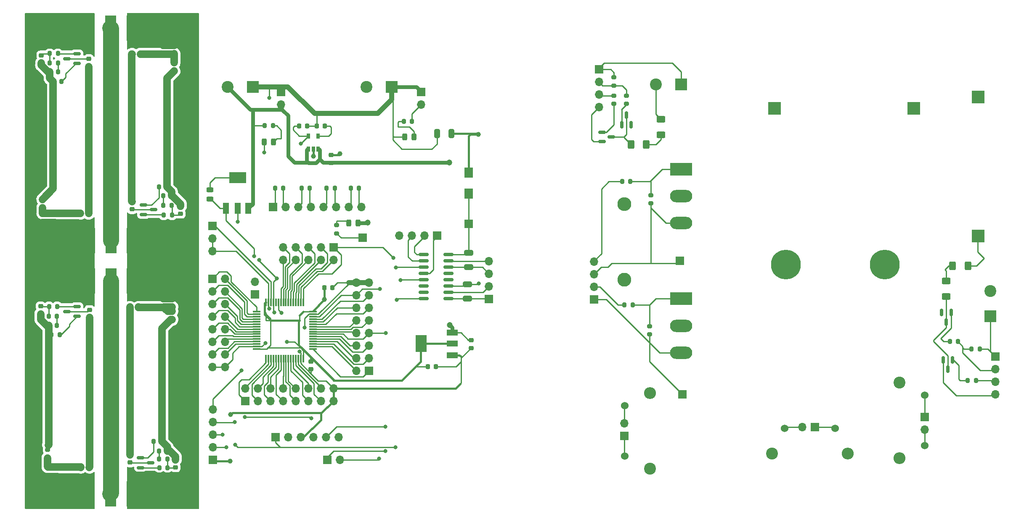
<source format=gbr>
%TF.GenerationSoftware,KiCad,Pcbnew,7.0.9*%
%TF.CreationDate,2023-12-08T00:16:34+01:00*%
%TF.ProjectId,SMPS_V1,534d5053-5f56-4312-9e6b-696361645f70,rev?*%
%TF.SameCoordinates,Original*%
%TF.FileFunction,Copper,L1,Top*%
%TF.FilePolarity,Positive*%
%FSLAX46Y46*%
G04 Gerber Fmt 4.6, Leading zero omitted, Abs format (unit mm)*
G04 Created by KiCad (PCBNEW 7.0.9) date 2023-12-08 00:16:34*
%MOMM*%
%LPD*%
G01*
G04 APERTURE LIST*
G04 Aperture macros list*
%AMRoundRect*
0 Rectangle with rounded corners*
0 $1 Rounding radius*
0 $2 $3 $4 $5 $6 $7 $8 $9 X,Y pos of 4 corners*
0 Add a 4 corners polygon primitive as box body*
4,1,4,$2,$3,$4,$5,$6,$7,$8,$9,$2,$3,0*
0 Add four circle primitives for the rounded corners*
1,1,$1+$1,$2,$3*
1,1,$1+$1,$4,$5*
1,1,$1+$1,$6,$7*
1,1,$1+$1,$8,$9*
0 Add four rect primitives between the rounded corners*
20,1,$1+$1,$2,$3,$4,$5,0*
20,1,$1+$1,$4,$5,$6,$7,0*
20,1,$1+$1,$6,$7,$8,$9,0*
20,1,$1+$1,$8,$9,$2,$3,0*%
G04 Aperture macros list end*
%TA.AperFunction,ComponentPad*%
%ADD10R,1.700000X1.700000*%
%TD*%
%TA.AperFunction,ComponentPad*%
%ADD11O,1.700000X1.700000*%
%TD*%
%TA.AperFunction,SMDPad,CuDef*%
%ADD12R,1.700000X2.090000*%
%TD*%
%TA.AperFunction,ComponentPad*%
%ADD13R,4.500000X2.500000*%
%TD*%
%TA.AperFunction,ComponentPad*%
%ADD14O,4.500000X2.500000*%
%TD*%
%TA.AperFunction,SMDPad,CuDef*%
%ADD15RoundRect,0.200000X0.200000X0.275000X-0.200000X0.275000X-0.200000X-0.275000X0.200000X-0.275000X0*%
%TD*%
%TA.AperFunction,SMDPad,CuDef*%
%ADD16RoundRect,0.200000X-0.275000X0.200000X-0.275000X-0.200000X0.275000X-0.200000X0.275000X0.200000X0*%
%TD*%
%TA.AperFunction,SMDPad,CuDef*%
%ADD17RoundRect,0.200000X0.275000X-0.200000X0.275000X0.200000X-0.275000X0.200000X-0.275000X-0.200000X0*%
%TD*%
%TA.AperFunction,SMDPad,CuDef*%
%ADD18RoundRect,0.150000X-0.587500X-0.150000X0.587500X-0.150000X0.587500X0.150000X-0.587500X0.150000X0*%
%TD*%
%TA.AperFunction,SMDPad,CuDef*%
%ADD19RoundRect,0.150000X0.587500X0.150000X-0.587500X0.150000X-0.587500X-0.150000X0.587500X-0.150000X0*%
%TD*%
%TA.AperFunction,SMDPad,CuDef*%
%ADD20RoundRect,0.200000X-0.200000X-0.275000X0.200000X-0.275000X0.200000X0.275000X-0.200000X0.275000X0*%
%TD*%
%TA.AperFunction,SMDPad,CuDef*%
%ADD21RoundRect,0.225000X-0.250000X0.225000X-0.250000X-0.225000X0.250000X-0.225000X0.250000X0.225000X0*%
%TD*%
%TA.AperFunction,SMDPad,CuDef*%
%ADD22RoundRect,0.225000X0.250000X-0.225000X0.250000X0.225000X-0.250000X0.225000X-0.250000X-0.225000X0*%
%TD*%
%TA.AperFunction,SMDPad,CuDef*%
%ADD23R,2.290000X5.080000*%
%TD*%
%TA.AperFunction,SMDPad,CuDef*%
%ADD24R,0.460000X0.950000*%
%TD*%
%TA.AperFunction,ComponentPad*%
%ADD25C,0.970000*%
%TD*%
%TA.AperFunction,SMDPad,CuDef*%
%ADD26R,2.420000X5.080000*%
%TD*%
%TA.AperFunction,SMDPad,CuDef*%
%ADD27RoundRect,0.250000X-0.625000X0.400000X-0.625000X-0.400000X0.625000X-0.400000X0.625000X0.400000X0*%
%TD*%
%TA.AperFunction,SMDPad,CuDef*%
%ADD28RoundRect,0.075000X0.700000X0.075000X-0.700000X0.075000X-0.700000X-0.075000X0.700000X-0.075000X0*%
%TD*%
%TA.AperFunction,SMDPad,CuDef*%
%ADD29RoundRect,0.075000X0.075000X0.700000X-0.075000X0.700000X-0.075000X-0.700000X0.075000X-0.700000X0*%
%TD*%
%TA.AperFunction,SMDPad,CuDef*%
%ADD30RoundRect,0.243750X-0.243750X-0.456250X0.243750X-0.456250X0.243750X0.456250X-0.243750X0.456250X0*%
%TD*%
%TA.AperFunction,ComponentPad*%
%ADD31C,2.400000*%
%TD*%
%TA.AperFunction,ComponentPad*%
%ADD32C,1.524000*%
%TD*%
%TA.AperFunction,ComponentPad*%
%ADD33O,2.400000X2.400000*%
%TD*%
%TA.AperFunction,SMDPad,CuDef*%
%ADD34RoundRect,0.243750X0.243750X0.456250X-0.243750X0.456250X-0.243750X-0.456250X0.243750X-0.456250X0*%
%TD*%
%TA.AperFunction,SMDPad,CuDef*%
%ADD35RoundRect,0.225000X-0.225000X-0.250000X0.225000X-0.250000X0.225000X0.250000X-0.225000X0.250000X0*%
%TD*%
%TA.AperFunction,SMDPad,CuDef*%
%ADD36RoundRect,0.250000X0.400000X0.625000X-0.400000X0.625000X-0.400000X-0.625000X0.400000X-0.625000X0*%
%TD*%
%TA.AperFunction,SMDPad,CuDef*%
%ADD37RoundRect,0.243750X-0.456250X0.243750X-0.456250X-0.243750X0.456250X-0.243750X0.456250X0.243750X0*%
%TD*%
%TA.AperFunction,ComponentPad*%
%ADD38R,2.500000X2.500000*%
%TD*%
%TA.AperFunction,SMDPad,CuDef*%
%ADD39RoundRect,0.150000X-0.150000X0.587500X-0.150000X-0.587500X0.150000X-0.587500X0.150000X0.587500X0*%
%TD*%
%TA.AperFunction,SMDPad,CuDef*%
%ADD40RoundRect,0.250000X-0.650000X0.325000X-0.650000X-0.325000X0.650000X-0.325000X0.650000X0.325000X0*%
%TD*%
%TA.AperFunction,ComponentPad*%
%ADD41R,2.400000X2.400000*%
%TD*%
%TA.AperFunction,ComponentPad*%
%ADD42C,6.000000*%
%TD*%
%TA.AperFunction,SMDPad,CuDef*%
%ADD43RoundRect,0.150000X-0.825000X-0.150000X0.825000X-0.150000X0.825000X0.150000X-0.825000X0.150000X0*%
%TD*%
%TA.AperFunction,SMDPad,CuDef*%
%ADD44RoundRect,0.225000X0.225000X0.250000X-0.225000X0.250000X-0.225000X-0.250000X0.225000X-0.250000X0*%
%TD*%
%TA.AperFunction,SMDPad,CuDef*%
%ADD45R,1.200000X2.200000*%
%TD*%
%TA.AperFunction,SMDPad,CuDef*%
%ADD46R,3.500000X2.200000*%
%TD*%
%TA.AperFunction,SMDPad,CuDef*%
%ADD47R,2.200000X1.200000*%
%TD*%
%TA.AperFunction,SMDPad,CuDef*%
%ADD48R,2.200000X3.500000*%
%TD*%
%TA.AperFunction,SMDPad,CuDef*%
%ADD49RoundRect,0.250000X0.325000X0.650000X-0.325000X0.650000X-0.325000X-0.650000X0.325000X-0.650000X0*%
%TD*%
%TA.AperFunction,SMDPad,CuDef*%
%ADD50R,0.660000X1.100000*%
%TD*%
%TA.AperFunction,SMDPad,CuDef*%
%ADD51RoundRect,0.150000X0.150000X-0.587500X0.150000X0.587500X-0.150000X0.587500X-0.150000X-0.587500X0*%
%TD*%
%TA.AperFunction,ComponentPad*%
%ADD52C,2.800000*%
%TD*%
%TA.AperFunction,ComponentPad*%
%ADD53O,2.800000X2.800000*%
%TD*%
%TA.AperFunction,ViaPad*%
%ADD54C,0.800000*%
%TD*%
%TA.AperFunction,ViaPad*%
%ADD55C,1.200000*%
%TD*%
%TA.AperFunction,ViaPad*%
%ADD56C,1.000000*%
%TD*%
%TA.AperFunction,Conductor*%
%ADD57C,1.500000*%
%TD*%
%TA.AperFunction,Conductor*%
%ADD58C,0.250000*%
%TD*%
%TA.AperFunction,Conductor*%
%ADD59C,0.400000*%
%TD*%
%TA.AperFunction,Conductor*%
%ADD60C,3.200000*%
%TD*%
%TA.AperFunction,Conductor*%
%ADD61C,0.750000*%
%TD*%
%TA.AperFunction,Conductor*%
%ADD62C,1.000000*%
%TD*%
G04 APERTURE END LIST*
D10*
%TO.P,J25,1,Pin_1*%
%TO.N,Net-(J18-Pin_1)*%
X163364200Y-92670800D03*
D11*
%TO.P,J25,2,Pin_2*%
%TO.N,Net-(J24-Pin_2)*%
X163364200Y-90130800D03*
%TO.P,J25,3,Pin_3*%
%TO.N,Net-(J17-Pin_1)*%
X163364200Y-87590800D03*
%TO.P,J25,4,Pin_4*%
%TO.N,Net-(J24-Pin_4)*%
X163364200Y-85050800D03*
%TD*%
D10*
%TO.P,J24,1,Pin_1*%
%TO.N,Net-(J18-Pin_1)*%
X184554000Y-92731600D03*
D11*
%TO.P,J24,2,Pin_2*%
%TO.N,Net-(J24-Pin_2)*%
X184554000Y-90191600D03*
%TO.P,J24,3,Pin_3*%
%TO.N,Net-(J17-Pin_1)*%
X184554000Y-87651600D03*
%TO.P,J24,4,Pin_4*%
%TO.N,Net-(J24-Pin_4)*%
X184554000Y-85111600D03*
%TD*%
D12*
%TO.P,D1,1,K*%
%TO.N,Net-(D1-K)*%
X159269400Y-71417400D03*
%TO.P,D1,2,A*%
%TO.N,VCC12_IN*%
X159269400Y-67157400D03*
%TD*%
D13*
%TO.P,Q4,1,G*%
%TO.N,Net-(Q4-G)*%
X202080000Y-92630000D03*
D14*
%TO.P,Q4,2,D*%
%TO.N,Net-(Q4-D)*%
X202080000Y-98080000D03*
%TO.P,Q4,3,S*%
%TO.N,Net-(J18-Pin_1)*%
X202080000Y-103530000D03*
%TD*%
D13*
%TO.P,Q3,1,G*%
%TO.N,Net-(Q3-G)*%
X202080000Y-66490000D03*
D14*
%TO.P,Q3,2,D*%
%TO.N,V400_IN*%
X202080000Y-71940000D03*
%TO.P,Q3,3,S*%
%TO.N,Net-(J17-Pin_1)*%
X202080000Y-77390000D03*
%TD*%
D10*
%TO.P,J12,1,Pin_1*%
%TO.N,Net-(J12-Pin_1)*%
X152900000Y-79900000D03*
D11*
%TO.P,J12,2,Pin_2*%
%TO.N,Net-(J12-Pin_2)*%
X150360000Y-79900000D03*
%TO.P,J12,3,Pin_3*%
%TO.N,Net-(J12-Pin_3)*%
X147820000Y-79900000D03*
%TO.P,J12,4,Pin_4*%
%TO.N,Net-(J12-Pin_4)*%
X145280000Y-79900000D03*
%TD*%
D15*
%TO.P,R27,2*%
%TO.N,Net-(C17-Pad1)*%
X75307400Y-99847400D03*
%TO.P,R27,1*%
%TO.N,Net-(D6-K-Pad1)*%
X76957400Y-99847400D03*
%TD*%
D16*
%TO.P,R48,1*%
%TO.N,Net-(R43-Pad1)*%
X74583000Y-126810000D03*
%TO.P,R48,2*%
%TO.N,/GND_S*%
X74583000Y-128460000D03*
%TD*%
D17*
%TO.P,R54,1*%
%TO.N,Net-(R45-Pad1)*%
X100033800Y-43243000D03*
%TO.P,R54,2*%
%TO.N,/GND_S*%
X100033800Y-41593000D03*
%TD*%
D16*
%TO.P,R53,1*%
%TO.N,Net-(R45-Pad1)*%
X100033800Y-45022000D03*
%TO.P,R53,2*%
%TO.N,Net-(C23-Pad1)*%
X100033800Y-46672000D03*
%TD*%
D17*
%TO.P,R52,1*%
%TO.N,Net-(R46-Pad1)*%
X73541600Y-74281800D03*
%TO.P,R52,2*%
%TO.N,Net-(C21-Pad1)*%
X73541600Y-72631800D03*
%TD*%
D16*
%TO.P,R51,1*%
%TO.N,Net-(R46-Pad1)*%
X73558400Y-75629000D03*
%TO.P,R51,2*%
%TO.N,/GND_S*%
X73558400Y-77279000D03*
%TD*%
D17*
%TO.P,R50,1*%
%TO.N,Net-(R44-Pad1)*%
X99618800Y-94246200D03*
%TO.P,R50,2*%
%TO.N,/GND_S*%
X99618800Y-92596200D03*
%TD*%
D16*
%TO.P,R49,1*%
%TO.N,Net-(R44-Pad1)*%
X99618800Y-95136200D03*
%TO.P,R49,2*%
%TO.N,Net-(C19-Pad1)*%
X99618800Y-96786200D03*
%TD*%
D17*
%TO.P,R47,2*%
%TO.N,Net-(C17-Pad1)*%
X74566200Y-123105000D03*
%TO.P,R47,1*%
%TO.N,Net-(R43-Pad1)*%
X74566200Y-124755000D03*
%TD*%
D18*
%TO.P,D9,1,K*%
%TO.N,Net-(D9-K-Pad1)*%
X93810800Y-73726000D03*
%TO.P,D9,2,A*%
%TO.N,Net-(D9-A)*%
X95842800Y-74676000D03*
%TO.P,D9,3,K*%
%TO.N,Net-(D9-K-Pad3)*%
X93810800Y-75692000D03*
%TD*%
D19*
%TO.P,D8,1,K*%
%TO.N,Net-(D8-K-Pad1)*%
X80475800Y-45171400D03*
%TO.P,D8,2,A*%
%TO.N,Net-(D8-A)*%
X78443800Y-44221400D03*
%TO.P,D8,3,K*%
%TO.N,Net-(D8-K-Pad3)*%
X80475800Y-43205400D03*
%TD*%
D18*
%TO.P,D7,1,K*%
%TO.N,Net-(D7-K-Pad1)*%
X93226600Y-124703800D03*
%TO.P,D7,2,A*%
%TO.N,Net-(D7-A)*%
X95258600Y-125653800D03*
%TO.P,D7,3,K*%
%TO.N,Net-(D7-K-Pad3)*%
X93226600Y-126669800D03*
%TD*%
D19*
%TO.P,D6,3,K*%
%TO.N,Net-(D6-K-Pad3)*%
X80490400Y-94185800D03*
%TO.P,D6,2,A*%
%TO.N,Net-(D6-A)*%
X78458400Y-95201800D03*
%TO.P,D6,1,K*%
%TO.N,Net-(D6-K-Pad1)*%
X80490400Y-96151800D03*
%TD*%
D20*
%TO.P,R46,1*%
%TO.N,Net-(R46-Pad1)*%
X81174800Y-75412600D03*
%TO.P,R46,2*%
%TO.N,Net-(C20-Pad1)*%
X82824800Y-75412600D03*
%TD*%
D15*
%TO.P,R45,1*%
%TO.N,Net-(R45-Pad1)*%
X93162600Y-43281600D03*
%TO.P,R45,2*%
%TO.N,Net-(C22-Pad1)*%
X91512600Y-43281600D03*
%TD*%
%TO.P,R44,1*%
%TO.N,Net-(R44-Pad1)*%
X92807000Y-94310200D03*
%TO.P,R44,2*%
%TO.N,Net-(C18-Pad1)*%
X91157000Y-94310200D03*
%TD*%
D20*
%TO.P,R43,1*%
%TO.N,Net-(R43-Pad1)*%
X81301800Y-126619000D03*
%TO.P,R43,2*%
%TO.N,Net-(C16-Pad1)*%
X82951800Y-126619000D03*
%TD*%
D15*
%TO.P,R42,1*%
%TO.N,Net-(C23-Pad1)*%
X99499400Y-71805800D03*
%TO.P,R42,2*%
%TO.N,Net-(R41-Pad1)*%
X97849400Y-71805800D03*
%TD*%
D20*
%TO.P,R41,1*%
%TO.N,Net-(R41-Pad1)*%
X97837200Y-73787000D03*
%TO.P,R41,2*%
%TO.N,Net-(C23-Pad2)*%
X99487200Y-73787000D03*
%TD*%
%TO.P,R40,1*%
%TO.N,Net-(D9-K-Pad1)*%
X96948200Y-70104000D03*
%TO.P,R40,2*%
%TO.N,Net-(C23-Pad1)*%
X98598200Y-70104000D03*
%TD*%
%TO.P,R39,1*%
%TO.N,Net-(D9-K-Pad3)*%
X97926600Y-75768200D03*
%TO.P,R39,2*%
%TO.N,Net-(C23-Pad2)*%
X99576600Y-75768200D03*
%TD*%
%TO.P,R38,1*%
%TO.N,Net-(C21-Pad1)*%
X74990400Y-46837600D03*
%TO.P,R38,2*%
%TO.N,Net-(R37-Pad1)*%
X76640400Y-46837600D03*
%TD*%
D15*
%TO.P,R37,1*%
%TO.N,Net-(R37-Pad1)*%
X76640400Y-45085000D03*
%TO.P,R37,2*%
%TO.N,Net-(C21-Pad2)*%
X74990400Y-45085000D03*
%TD*%
%TO.P,R36,1*%
%TO.N,Net-(D8-K-Pad1)*%
X77325200Y-48818800D03*
%TO.P,R36,2*%
%TO.N,Net-(C21-Pad1)*%
X75675200Y-48818800D03*
%TD*%
%TO.P,R35,1*%
%TO.N,Net-(D8-K-Pad3)*%
X76615000Y-43180000D03*
%TO.P,R35,2*%
%TO.N,Net-(C21-Pad2)*%
X74965000Y-43180000D03*
%TD*%
%TO.P,R34,1*%
%TO.N,Net-(C19-Pad1)*%
X98636800Y-123291600D03*
%TO.P,R34,2*%
%TO.N,Net-(R33-Pad1)*%
X96986800Y-123291600D03*
%TD*%
D20*
%TO.P,R33,1*%
%TO.N,Net-(R33-Pad1)*%
X96986800Y-124891800D03*
%TO.P,R33,2*%
%TO.N,Net-(C19-Pad2)*%
X98636800Y-124891800D03*
%TD*%
%TO.P,R32,1*%
%TO.N,Net-(D7-K-Pad1)*%
X95894600Y-121412000D03*
%TO.P,R32,2*%
%TO.N,Net-(C19-Pad1)*%
X97544600Y-121412000D03*
%TD*%
%TO.P,R31,1*%
%TO.N,Net-(D7-K-Pad3)*%
X97024400Y-126669800D03*
%TO.P,R31,2*%
%TO.N,Net-(C19-Pad2)*%
X98674400Y-126669800D03*
%TD*%
%TO.P,R30,2*%
%TO.N,Net-(R29-Pad1)*%
X76411800Y-97993200D03*
%TO.P,R30,1*%
%TO.N,Net-(C17-Pad1)*%
X74761800Y-97993200D03*
%TD*%
D15*
%TO.P,R29,2*%
%TO.N,Net-(C17-Pad2)*%
X74774000Y-96113600D03*
%TO.P,R29,1*%
%TO.N,Net-(R29-Pad1)*%
X76424000Y-96113600D03*
%TD*%
%TO.P,R28,2*%
%TO.N,Net-(C17-Pad2)*%
X74831800Y-94183800D03*
%TO.P,R28,1*%
%TO.N,Net-(D6-K-Pad3)*%
X76481800Y-94183800D03*
%TD*%
D21*
%TO.P,C23,1*%
%TO.N,Net-(C23-Pad1)*%
X101329200Y-73951800D03*
%TO.P,C23,2*%
%TO.N,Net-(C23-Pad2)*%
X101329200Y-75501800D03*
%TD*%
%TO.P,C22,1*%
%TO.N,Net-(C22-Pad1)*%
X91550200Y-73037400D03*
%TO.P,C22,2*%
%TO.N,Net-(D9-A)*%
X91550200Y-74587400D03*
%TD*%
D22*
%TO.P,C21,1*%
%TO.N,Net-(C21-Pad1)*%
X73287600Y-45085600D03*
%TO.P,C21,2*%
%TO.N,Net-(C21-Pad2)*%
X73287600Y-43535600D03*
%TD*%
%TO.P,C20,2*%
%TO.N,Net-(D8-A)*%
X82838000Y-44272200D03*
%TO.P,C20,1*%
%TO.N,Net-(C20-Pad1)*%
X82838000Y-45822200D03*
%TD*%
D21*
%TO.P,C19,1*%
%TO.N,Net-(C19-Pad1)*%
X100287800Y-125082000D03*
%TO.P,C19,2*%
%TO.N,Net-(C19-Pad2)*%
X100287800Y-126632000D03*
%TD*%
%TO.P,C18,1*%
%TO.N,Net-(C18-Pad1)*%
X91143800Y-124091400D03*
%TO.P,C18,2*%
%TO.N,Net-(D7-A)*%
X91143800Y-125641400D03*
%TD*%
D22*
%TO.P,C17,2*%
%TO.N,Net-(C17-Pad2)*%
X73160600Y-94131800D03*
%TO.P,C17,1*%
%TO.N,Net-(C17-Pad1)*%
X73160600Y-95681800D03*
%TD*%
%TO.P,C16,2*%
%TO.N,Net-(D6-A)*%
X82965000Y-94856000D03*
%TO.P,C16,1*%
%TO.N,Net-(C16-Pad1)*%
X82965000Y-96406000D03*
%TD*%
D23*
%TO.P,J32,1,In*%
%TO.N,Net-(J31-In)*%
X87250000Y-131930000D03*
D24*
%TO.P,J32,2,Ext*%
%TO.N,/GND_S*%
X82870000Y-128940000D03*
D25*
X91630000Y-128490000D03*
D26*
X82870000Y-131930000D03*
D24*
X91630000Y-128940000D03*
D26*
X91630000Y-131930000D03*
D25*
X82870000Y-128490000D03*
%TD*%
D23*
%TO.P,J31,1,In*%
%TO.N,Net-(J31-In)*%
X87297000Y-89060000D03*
D24*
%TO.P,J31,2,Ext*%
%TO.N,/GND_S*%
X91677000Y-92050000D03*
D25*
X82917000Y-92500000D03*
D26*
X91677000Y-89060000D03*
D24*
X82917000Y-92050000D03*
D26*
X82917000Y-89060000D03*
D25*
X91677000Y-92500000D03*
%TD*%
D23*
%TO.P,J30,1,In*%
%TO.N,Net-(J29-In)*%
X87297000Y-80920000D03*
D24*
%TO.P,J30,2,Ext*%
%TO.N,/GND_S*%
X82917000Y-77930000D03*
D25*
X91677000Y-77480000D03*
D26*
X82917000Y-80920000D03*
D24*
X91677000Y-77930000D03*
D26*
X91677000Y-80920000D03*
D25*
X82917000Y-77480000D03*
%TD*%
D23*
%TO.P,J29,1,In*%
%TO.N,Net-(J29-In)*%
X87250000Y-38070000D03*
D24*
%TO.P,J29,2,Ext*%
%TO.N,/GND_S*%
X91630000Y-41060000D03*
D25*
X82870000Y-41510000D03*
D26*
X91630000Y-38070000D03*
D24*
X82870000Y-41060000D03*
D26*
X82870000Y-38070000D03*
D25*
X91630000Y-41510000D03*
%TD*%
D27*
%TO.P,R5,1*%
%TO.N,V400_IN*%
X198000000Y-56450000D03*
%TO.P,R5,2*%
%TO.N,Net-(R5-Pad2)*%
X198000000Y-59550000D03*
%TD*%
D28*
%TO.P,U3,1,VBAT*%
%TO.N,Net-(J13-Pin_1)*%
X127922000Y-102743000D03*
%TO.P,U3,2,PC13*%
%TO.N,/PC13*%
X127922000Y-102243000D03*
%TO.P,U3,3,PC14*%
%TO.N,/PC14*%
X127922000Y-101743000D03*
%TO.P,U3,4,PC15*%
%TO.N,/PC15*%
X127922000Y-101243000D03*
%TO.P,U3,5,PF0*%
%TO.N,/PF0*%
X127922000Y-100743000D03*
%TO.P,U3,6,PF1*%
%TO.N,/PF1*%
X127922000Y-100243000D03*
%TO.P,U3,7,PG10*%
%TO.N,NRST*%
X127922000Y-99743000D03*
%TO.P,U3,8,PC0*%
%TO.N,/PC0*%
X127922000Y-99243000D03*
%TO.P,U3,9,PC1*%
%TO.N,/PC1*%
X127922000Y-98743000D03*
%TO.P,U3,10,PC2*%
%TO.N,/PC2*%
X127922000Y-98243000D03*
%TO.P,U3,11,PC3*%
%TO.N,/PC3*%
X127922000Y-97743000D03*
%TO.P,U3,12,PA0*%
%TO.N,/PA0*%
X127922000Y-97243000D03*
%TO.P,U3,13,PA1*%
%TO.N,/PA1*%
X127922000Y-96743000D03*
%TO.P,U3,14,PA2*%
%TO.N,STLINK_RX*%
X127922000Y-96243000D03*
%TO.P,U3,15,VSS*%
%TO.N,GND_D*%
X127922000Y-95743000D03*
%TO.P,U3,16,VDD*%
%TO.N,VDD3_D*%
X127922000Y-95243000D03*
D29*
%TO.P,U3,17,PA3*%
%TO.N,STLINK_TX*%
X125997000Y-93318000D03*
%TO.P,U3,18,PA4*%
%TO.N,/PA4*%
X125497000Y-93318000D03*
%TO.P,U3,19,PA5*%
%TO.N,/PA5*%
X124997000Y-93318000D03*
%TO.P,U3,20,PA6*%
%TO.N,/PA6*%
X124497000Y-93318000D03*
%TO.P,U3,21,PA7*%
%TO.N,/PA7*%
X123997000Y-93318000D03*
%TO.P,U3,22,PC4*%
%TO.N,/PC4*%
X123497000Y-93318000D03*
%TO.P,U3,23,PC5*%
%TO.N,/PC5*%
X122997000Y-93318000D03*
%TO.P,U3,24,PB0*%
%TO.N,/PB0*%
X122497000Y-93318000D03*
%TO.P,U3,25,PB1*%
%TO.N,/PB1*%
X121997000Y-93318000D03*
%TO.P,U3,26,PB2*%
%TO.N,/PB2*%
X121497000Y-93318000D03*
%TO.P,U3,27,VSSA*%
%TO.N,GND_A*%
X120997000Y-93318000D03*
%TO.P,U3,28,VREF+*%
%TO.N,unconnected-(U3-VREF+-Pad28)*%
X120497000Y-93318000D03*
%TO.P,U3,29,VDDA*%
%TO.N,VDD3_A*%
X119997000Y-93318000D03*
%TO.P,U3,30,PB10*%
%TO.N,/PB10*%
X119497000Y-93318000D03*
%TO.P,U3,31,VSS*%
%TO.N,GND_D*%
X118997000Y-93318000D03*
%TO.P,U3,32,VDD*%
%TO.N,VDD3_D*%
X118497000Y-93318000D03*
D28*
%TO.P,U3,33,PB11*%
%TO.N,/PB11*%
X116572000Y-95243000D03*
%TO.P,U3,34,PB12*%
%TO.N,/PB12*%
X116572000Y-95743000D03*
%TO.P,U3,35,PB13*%
%TO.N,/PB13*%
X116572000Y-96243000D03*
%TO.P,U3,36,PB14*%
%TO.N,/PB14*%
X116572000Y-96743000D03*
%TO.P,U3,37,PB15*%
%TO.N,/PB15*%
X116572000Y-97243000D03*
%TO.P,U3,38,PC6*%
%TO.N,/PC6*%
X116572000Y-97743000D03*
%TO.P,U3,39,PC7*%
%TO.N,/PC7*%
X116572000Y-98243000D03*
%TO.P,U3,40,PC8*%
%TO.N,/PC8*%
X116572000Y-98743000D03*
%TO.P,U3,41,PC9*%
%TO.N,/PC9*%
X116572000Y-99243000D03*
%TO.P,U3,42,PA8*%
%TO.N,/PA8*%
X116572000Y-99743000D03*
%TO.P,U3,43,PA9*%
%TO.N,/PA9*%
X116572000Y-100243000D03*
%TO.P,U3,44,PA10*%
%TO.N,/PA10*%
X116572000Y-100743000D03*
%TO.P,U3,45,PA11*%
%TO.N,/PA11*%
X116572000Y-101243000D03*
%TO.P,U3,46,PA12*%
%TO.N,/PA12*%
X116572000Y-101743000D03*
%TO.P,U3,47,VSS*%
%TO.N,GND_D*%
X116572000Y-102243000D03*
%TO.P,U3,48,VDD*%
%TO.N,VDD3_D*%
X116572000Y-102743000D03*
D29*
%TO.P,U3,49,PA13*%
%TO.N,SWDIO*%
X118497000Y-104668000D03*
%TO.P,U3,50,PA14*%
%TO.N,SWCLK*%
X118997000Y-104668000D03*
%TO.P,U3,51,PA15*%
%TO.N,/PA15*%
X119497000Y-104668000D03*
%TO.P,U3,52,PC10*%
%TO.N,/PC10*%
X119997000Y-104668000D03*
%TO.P,U3,53,PC11*%
%TO.N,/PC11*%
X120497000Y-104668000D03*
%TO.P,U3,54,PC12*%
%TO.N,/PC12*%
X120997000Y-104668000D03*
%TO.P,U3,55,PD2*%
%TO.N,/PD2*%
X121497000Y-104668000D03*
%TO.P,U3,56,PB3*%
%TO.N,SWO*%
X121997000Y-104668000D03*
%TO.P,U3,57,PB4*%
%TO.N,/PB4*%
X122497000Y-104668000D03*
%TO.P,U3,58,PB5*%
%TO.N,/PB5*%
X122997000Y-104668000D03*
%TO.P,U3,59,PB6*%
%TO.N,/PB6*%
X123497000Y-104668000D03*
%TO.P,U3,60,PB7*%
%TO.N,/PB7*%
X123997000Y-104668000D03*
%TO.P,U3,61,PB8*%
%TO.N,/PB8*%
X124497000Y-104668000D03*
%TO.P,U3,62,PB9*%
%TO.N,/PB9*%
X124997000Y-104668000D03*
%TO.P,U3,63,VSS*%
%TO.N,GND_D*%
X125497000Y-104668000D03*
%TO.P,U3,64,VDD*%
%TO.N,VDD3_D*%
X125997000Y-104668000D03*
%TD*%
D10*
%TO.P,J18,1,Pin_1*%
%TO.N,Net-(J18-Pin_1)*%
X202334000Y-111934000D03*
%TD*%
D30*
%TO.P,D4,1,K*%
%TO.N,GND_D*%
X146380100Y-59965600D03*
%TO.P,D4,2,A*%
%TO.N,Net-(D4-A)*%
X148255100Y-59965600D03*
%TD*%
D22*
%TO.P,C6,1*%
%TO.N,GND_D*%
X127494000Y-106854000D03*
%TO.P,C6,2*%
%TO.N,VDD3_D*%
X127494000Y-105304000D03*
%TD*%
D31*
%TO.P,R15,1,1*%
%TO.N,GND_P*%
X195758500Y-126920000D03*
D32*
%TO.P,R15,2,2*%
%TO.N,Net-(J19-Pin_1)*%
X190678500Y-124380000D03*
%TO.P,R15,3,3*%
%TO.N,Net-(J19-Pin_2)*%
X190678500Y-114220000D03*
D33*
%TO.P,R15,4,4*%
%TO.N,Net-(J18-Pin_1)*%
X195758500Y-111680000D03*
%TD*%
D15*
%TO.P,R20,1*%
%TO.N,Net-(J22-Pin_2)*%
X257769000Y-101266000D03*
%TO.P,R20,2*%
%TO.N,Net-(Q5-E)*%
X256119000Y-101266000D03*
%TD*%
D34*
%TO.P,D5,1,K*%
%TO.N,GND_D*%
X137027500Y-77360000D03*
%TO.P,D5,2,A*%
%TO.N,Net-(D5-A)*%
X135152500Y-77360000D03*
%TD*%
D35*
%TO.P,C4,1*%
%TO.N,VDD3_A*%
X125195000Y-57832000D03*
%TO.P,C4,2*%
%TO.N,GND_D*%
X126745000Y-57832000D03*
%TD*%
D15*
%TO.P,R4,1*%
%TO.N,Net-(J4-Pin_8)*%
X137209000Y-70291000D03*
%TO.P,R4,2*%
%TO.N,Net-(J4-Pin_7)*%
X135559000Y-70291000D03*
%TD*%
D36*
%TO.P,R9,1*%
%TO.N,Net-(R5-Pad2)*%
X195050000Y-61500000D03*
%TO.P,R9,2*%
%TO.N,Net-(Q1-B)*%
X191950000Y-61500000D03*
%TD*%
D10*
%TO.P,J26,1,Pin_1*%
%TO.N,GND_D*%
X121511200Y-50923200D03*
D11*
%TO.P,J26,2,Pin_2*%
%TO.N,VCC5_IN*%
X121511200Y-53463200D03*
%TD*%
D37*
%TO.P,C1,1*%
%TO.N,VCC5_D*%
X107174000Y-70623500D03*
%TO.P,C1,2*%
%TO.N,GND_A*%
X107174000Y-72498500D03*
%TD*%
D38*
%TO.P,C13,2*%
%TO.N,Out_G*%
X261800000Y-51990000D03*
%TO.P,C13,1*%
%TO.N,Out*%
X261800000Y-79990000D03*
%TD*%
D10*
%TO.P,J5,1,Pin_1*%
%TO.N,GND_A*%
X116250000Y-91770000D03*
D11*
%TO.P,J5,2,Pin_2*%
X116250000Y-89230000D03*
%TD*%
D39*
%TO.P,Q6,1,E*%
%TO.N,Net-(Q6-E)*%
X256690000Y-104979000D03*
%TO.P,Q6,2,C*%
%TO.N,Net-(J22-Pin_4)*%
X254790000Y-104979000D03*
%TO.P,Q6,3,B*%
%TO.N,Net-(Q5-B)*%
X255740000Y-106854000D03*
%TD*%
D40*
%TO.P,C9,1*%
%TO.N,VCC12_IN*%
X158990000Y-89680000D03*
%TO.P,C9,2*%
%TO.N,Net-(J18-Pin_1)*%
X158990000Y-92630000D03*
%TD*%
D20*
%TO.P,R10,1*%
%TO.N,Net-(J24-Pin_4)*%
X190175000Y-69000000D03*
%TO.P,R10,2*%
%TO.N,Net-(Q3-G)*%
X191825000Y-69000000D03*
%TD*%
D40*
%TO.P,C10,1*%
%TO.N,Net-(D1-K)*%
X159244000Y-83330000D03*
%TO.P,C10,2*%
%TO.N,Net-(J17-Pin_1)*%
X159244000Y-86280000D03*
%TD*%
D10*
%TO.P,J19,1,Pin_1*%
%TO.N,Net-(J19-Pin_1)*%
X190650000Y-120316000D03*
D11*
%TO.P,J19,2,Pin_2*%
%TO.N,Net-(J19-Pin_2)*%
X190650000Y-117776000D03*
%TD*%
D10*
%TO.P,J4,1,Pin_1*%
%TO.N,Net-(J4-Pin_1)*%
X119874000Y-74101000D03*
D11*
%TO.P,J4,2,Pin_2*%
%TO.N,Net-(J4-Pin_2)*%
X122414000Y-74101000D03*
%TO.P,J4,3,Pin_3*%
%TO.N,Net-(J4-Pin_3)*%
X124954000Y-74101000D03*
%TO.P,J4,4,Pin_4*%
%TO.N,Net-(J4-Pin_4)*%
X127494000Y-74101000D03*
%TO.P,J4,5,Pin_5*%
%TO.N,Net-(J4-Pin_5)*%
X130034000Y-74101000D03*
%TO.P,J4,6,Pin_6*%
%TO.N,Net-(J4-Pin_6)*%
X132574000Y-74101000D03*
%TO.P,J4,7,Pin_7*%
%TO.N,Net-(J4-Pin_7)*%
X135114000Y-74101000D03*
%TO.P,J4,8,Pin_8*%
%TO.N,Net-(J4-Pin_8)*%
X137654000Y-74101000D03*
%TD*%
D15*
%TO.P,R3,1*%
%TO.N,Net-(J4-Pin_4)*%
X127303000Y-70291000D03*
%TO.P,R3,2*%
%TO.N,Net-(J4-Pin_3)*%
X125653000Y-70291000D03*
%TD*%
D36*
%TO.P,R17,1*%
%TO.N,Out*%
X259790000Y-86026000D03*
%TO.P,R17,2*%
%TO.N,Net-(R17-Pad2)*%
X256690000Y-86026000D03*
%TD*%
D15*
%TO.P,R24,1*%
%TO.N,VCC12_IN*%
X147876400Y-56866800D03*
%TO.P,R24,2*%
%TO.N,Net-(D4-A)*%
X146226400Y-56866800D03*
%TD*%
D20*
%TO.P,R11,1*%
%TO.N,Net-(J24-Pin_2)*%
X190650000Y-93900000D03*
%TO.P,R11,2*%
%TO.N,Net-(Q4-G)*%
X192300000Y-93900000D03*
%TD*%
D41*
%TO.P,J16,1,1*%
%TO.N,GND_P*%
X202080000Y-49450000D03*
D31*
%TO.P,J16,2,2*%
%TO.N,V400_IN*%
X197000000Y-49450000D03*
%TD*%
D16*
%TO.P,R6,1*%
%TO.N,Net-(J15-Pin_3)*%
X188500000Y-51675000D03*
%TO.P,R6,2*%
%TO.N,Net-(Q1-E)*%
X188500000Y-53325000D03*
%TD*%
D10*
%TO.P,J1,1,Pin_1*%
%TO.N,/PB10*%
X107682000Y-77911000D03*
D11*
%TO.P,J1,2,Pin_2*%
%TO.N,GND_D*%
X107682000Y-80451000D03*
%TO.P,J1,3,Pin_3*%
X107682000Y-82991000D03*
%TD*%
D20*
%TO.P,R25,1*%
%TO.N,VCC5_IN*%
X118235600Y-57730400D03*
%TO.P,R25,2*%
%TO.N,Net-(D3-A)*%
X119885600Y-57730400D03*
%TD*%
D15*
%TO.P,R22,1*%
%TO.N,Net-(J22-Pin_3)*%
X261388000Y-109140000D03*
%TO.P,R22,2*%
%TO.N,Net-(Q6-E)*%
X259738000Y-109140000D03*
%TD*%
D39*
%TO.P,Q5,1,E*%
%TO.N,Net-(Q5-E)*%
X256370000Y-95424000D03*
%TO.P,Q5,2,C*%
%TO.N,unconnected-(Q5-C-Pad2)*%
X254470000Y-95424000D03*
%TO.P,Q5,3,B*%
%TO.N,Net-(Q5-B)*%
X255420000Y-97299000D03*
%TD*%
D10*
%TO.P,J2,1,Pin_1*%
%TO.N,/PB11*%
X107682000Y-88579000D03*
D11*
%TO.P,J2,2,Pin_2*%
%TO.N,/PB12*%
X110222000Y-88579000D03*
%TO.P,J2,3,Pin_3*%
%TO.N,/PB13*%
X107682000Y-91119000D03*
%TO.P,J2,4,Pin_4*%
%TO.N,/PB14*%
X110222000Y-91119000D03*
%TO.P,J2,5,Pin_5*%
%TO.N,/PB15*%
X107682000Y-93659000D03*
%TO.P,J2,6,Pin_6*%
%TO.N,/PC6*%
X110222000Y-93659000D03*
%TO.P,J2,7,Pin_7*%
%TO.N,/PC7*%
X107682000Y-96199000D03*
%TO.P,J2,8,Pin_8*%
%TO.N,/PC8*%
X110222000Y-96199000D03*
%TO.P,J2,9,Pin_9*%
%TO.N,/PC9*%
X107682000Y-98739000D03*
%TO.P,J2,10,Pin_10*%
%TO.N,/PA8*%
X110222000Y-98739000D03*
%TO.P,J2,11,Pin_11*%
%TO.N,/PA9*%
X107682000Y-101279000D03*
%TO.P,J2,12,Pin_12*%
%TO.N,/PA10*%
X110222000Y-101279000D03*
%TO.P,J2,13,Pin_13*%
%TO.N,/PA11*%
X107682000Y-103819000D03*
%TO.P,J2,14,Pin_14*%
%TO.N,/PA12*%
X110222000Y-103819000D03*
%TO.P,J2,15,Pin_15*%
%TO.N,GND_D*%
X107682000Y-106359000D03*
%TO.P,J2,16,Pin_16*%
X110222000Y-106359000D03*
%TD*%
D42*
%TO.P,L1,1,1*%
%TO.N,Net-(L1-Pad1)*%
X223118000Y-85772000D03*
%TO.P,L1,2,2*%
%TO.N,Out*%
X243018000Y-85772000D03*
%TD*%
D27*
%TO.P,R18,1*%
%TO.N,Net-(R17-Pad2)*%
X255420000Y-89048000D03*
%TO.P,R18,2*%
%TO.N,Net-(Q5-B)*%
X255420000Y-92148000D03*
%TD*%
D10*
%TO.P,J14,1,Pin_1*%
%TO.N,Net-(D1-K)*%
X159320200Y-77542400D03*
%TD*%
%TO.P,J8,1,Pin_1*%
%TO.N,VCC3_D*%
X120382000Y-120570000D03*
D11*
%TO.P,J8,2,Pin_2*%
%TO.N,SWCLK*%
X122922000Y-120570000D03*
%TO.P,J8,3,Pin_3*%
%TO.N,GND_D*%
X125462000Y-120570000D03*
%TO.P,J8,4,Pin_4*%
%TO.N,SWDIO*%
X128002000Y-120570000D03*
%TO.P,J8,5,Pin_5*%
%TO.N,NRST*%
X130542000Y-120570000D03*
%TO.P,J8,6,Pin_6*%
%TO.N,SWO*%
X133082000Y-120570000D03*
%TD*%
D30*
%TO.P,D3,1,K*%
%TO.N,GND_D*%
X118163000Y-60981600D03*
%TO.P,D3,2,A*%
%TO.N,Net-(D3-A)*%
X120038000Y-60981600D03*
%TD*%
D43*
%TO.P,U4,1,VIA*%
%TO.N,Net-(J12-Pin_2)*%
X150230000Y-83740000D03*
%TO.P,U4,2,VIB*%
%TO.N,Net-(J12-Pin_3)*%
X150230000Y-85010000D03*
%TO.P,U4,3,VDD1*%
%TO.N,VCC3_D*%
X150230000Y-86280000D03*
%TO.P,U4,4,GND1*%
%TO.N,Net-(J12-Pin_1)*%
X150230000Y-87550000D03*
%TO.P,U4,5,DISABLE*%
%TO.N,Net-(J12-Pin_4)*%
X150230000Y-88820000D03*
%TO.P,U4,6,NC*%
%TO.N,unconnected-(U4-NC-Pad6)*%
X150230000Y-90090000D03*
%TO.P,U4,7,NC*%
%TO.N,unconnected-(U4-NC-Pad7)*%
X150230000Y-91360000D03*
%TO.P,U4,8,VDD1*%
%TO.N,VCC3_D*%
X150230000Y-92630000D03*
%TO.P,U4,9,GNDB*%
%TO.N,Net-(J18-Pin_1)*%
X155180000Y-92630000D03*
%TO.P,U4,10,VOB*%
%TO.N,Net-(J24-Pin_2)*%
X155180000Y-91360000D03*
%TO.P,U4,11,VDDB*%
%TO.N,VCC12_IN*%
X155180000Y-90090000D03*
%TO.P,U4,12,NC*%
%TO.N,unconnected-(U4-NC-Pad12)*%
X155180000Y-88820000D03*
%TO.P,U4,13,NC*%
%TO.N,unconnected-(U4-NC-Pad13)*%
X155180000Y-87550000D03*
%TO.P,U4,14,GNDA*%
%TO.N,Net-(J17-Pin_1)*%
X155180000Y-86280000D03*
%TO.P,U4,15,VOA*%
%TO.N,Net-(J24-Pin_4)*%
X155180000Y-85010000D03*
%TO.P,U4,16,VDDA*%
%TO.N,Net-(D1-K)*%
X155180000Y-83740000D03*
%TD*%
D44*
%TO.P,C5,1*%
%TO.N,GND_D*%
X131825000Y-90357000D03*
%TO.P,C5,2*%
%TO.N,VDD3_D*%
X130275000Y-90357000D03*
%TD*%
D10*
%TO.P,J10,1,Pin_1*%
%TO.N,GND_D*%
X107800000Y-125130000D03*
D11*
%TO.P,J10,2,Pin_2*%
%TO.N,/PC8*%
X107800000Y-122590000D03*
%TO.P,J10,3,Pin_3*%
%TO.N,/PC9*%
X107800000Y-120050000D03*
%TO.P,J10,4,Pin_4*%
%TO.N,VCC3_D*%
X107800000Y-117510000D03*
%TO.P,J10,5,Pin_5*%
%TO.N,VCC5_D*%
X107800000Y-114970000D03*
%TD*%
D31*
%TO.P,R16,1,1*%
%TO.N,Net-(Q4-D)*%
X220368000Y-123872000D03*
D32*
%TO.P,R16,2,2*%
%TO.N,Net-(J20-Pin_2)*%
X222908000Y-118792000D03*
%TO.P,R16,3,3*%
%TO.N,Net-(J20-Pin_1)*%
X233068000Y-118792000D03*
D33*
%TO.P,R16,4,4*%
%TO.N,Net-(L1-Pad1)*%
X235608000Y-123872000D03*
%TD*%
D18*
%TO.P,Q1,1,E*%
%TO.N,Net-(Q1-E)*%
X186125000Y-59050000D03*
%TO.P,Q1,2,C*%
%TO.N,Net-(J15-Pin_4)*%
X186125000Y-60950000D03*
%TO.P,Q1,3,B*%
%TO.N,Net-(Q1-B)*%
X188000000Y-60000000D03*
%TD*%
D10*
%TO.P,J13,1,Pin_1*%
%TO.N,Net-(J13-Pin_1)*%
X139178000Y-107121000D03*
D11*
%TO.P,J13,2,Pin_2*%
%TO.N,/PC13*%
X136638000Y-107121000D03*
%TO.P,J13,3,Pin_3*%
%TO.N,/PC14*%
X139178000Y-104581000D03*
%TO.P,J13,4,Pin_4*%
%TO.N,/PC15*%
X136638000Y-104581000D03*
%TO.P,J13,5,Pin_5*%
%TO.N,/PF0*%
X139178000Y-102041000D03*
%TO.P,J13,6,Pin_6*%
%TO.N,/PF1*%
X136638000Y-102041000D03*
%TO.P,J13,7,Pin_7*%
%TO.N,NRST*%
X139178000Y-99501000D03*
%TO.P,J13,8,Pin_8*%
%TO.N,/PC0*%
X136638000Y-99501000D03*
%TO.P,J13,9,Pin_9*%
%TO.N,/PC1*%
X139178000Y-96961000D03*
%TO.P,J13,10,Pin_10*%
%TO.N,/PC2*%
X136638000Y-96961000D03*
%TO.P,J13,11,Pin_11*%
%TO.N,/PC3*%
X139178000Y-94421000D03*
%TO.P,J13,12,Pin_12*%
%TO.N,/PA0*%
X136638000Y-94421000D03*
%TO.P,J13,13,Pin_13*%
%TO.N,/PA1*%
X139178000Y-91881000D03*
%TO.P,J13,14,Pin_14*%
%TO.N,STLINK_RX*%
X136638000Y-91881000D03*
%TO.P,J13,15,Pin_15*%
%TO.N,GND_D*%
X139178000Y-89341000D03*
%TO.P,J13,16,Pin_16*%
X136638000Y-89341000D03*
%TD*%
D15*
%TO.P,R1,1*%
%TO.N,Net-(J4-Pin_6)*%
X132320000Y-70291000D03*
%TO.P,R1,2*%
%TO.N,Net-(J4-Pin_5)*%
X130670000Y-70291000D03*
%TD*%
D41*
%TO.P,J11,1,1*%
%TO.N,GND_D*%
X143750000Y-49912500D03*
D31*
%TO.P,J11,2,2*%
%TO.N,VCC12_IN*%
X138670000Y-49912500D03*
%TD*%
D17*
%TO.P,R12,1*%
%TO.N,Net-(J17-Pin_1)*%
X195984000Y-73389000D03*
%TO.P,R12,2*%
%TO.N,Net-(Q3-G)*%
X195984000Y-71739000D03*
%TD*%
D10*
%TO.P,J28,1,Pin_1*%
%TO.N,Net-(J28-Pin_1)*%
X137986792Y-80331208D03*
%TD*%
D21*
%TO.P,C11,1*%
%TO.N,VCC5_IN*%
X159752000Y-100999000D03*
%TO.P,C11,2*%
%TO.N,GND_D*%
X159752000Y-102549000D03*
%TD*%
D20*
%TO.P,R21,1*%
%TO.N,Net-(J22-Pin_2)*%
X260500000Y-102790000D03*
%TO.P,R21,2*%
%TO.N,Out_G*%
X262150000Y-102790000D03*
%TD*%
D17*
%TO.P,R26,1*%
%TO.N,Net-(J28-Pin_1)*%
X132700000Y-79425000D03*
%TO.P,R26,2*%
%TO.N,Net-(D5-A)*%
X132700000Y-77775000D03*
%TD*%
D10*
%TO.P,J22,1,Pin_1*%
%TO.N,Out_G*%
X265326000Y-104314000D03*
D11*
%TO.P,J22,2,Pin_2*%
%TO.N,Net-(J22-Pin_2)*%
X265326000Y-106854000D03*
%TO.P,J22,3,Pin_3*%
%TO.N,Net-(J22-Pin_3)*%
X265326000Y-109394000D03*
%TO.P,J22,4,Pin_4*%
%TO.N,Net-(J22-Pin_4)*%
X265326000Y-111934000D03*
%TD*%
D17*
%TO.P,R7,1*%
%TO.N,Net-(J15-Pin_2)*%
X188500000Y-49650000D03*
%TO.P,R7,2*%
%TO.N,GND_P*%
X188500000Y-48000000D03*
%TD*%
D35*
%TO.P,C8,1*%
%TO.N,VDD3_D*%
X151090000Y-106274000D03*
%TO.P,C8,2*%
%TO.N,GND_D*%
X152640000Y-106274000D03*
%TD*%
D10*
%TO.P,J9,1,Pin_1*%
%TO.N,STLINK_TX*%
X130796000Y-125142000D03*
D11*
%TO.P,J9,2,Pin_2*%
%TO.N,STLINK_RX*%
X133336000Y-125142000D03*
%TD*%
D45*
%TO.P,U2,1,GND*%
%TO.N,GND_A*%
X110462000Y-74407000D03*
D46*
%TO.P,U2,2,VO*%
%TO.N,VCC5_D*%
X112762000Y-68207000D03*
D45*
X112762000Y-74407000D03*
%TO.P,U2,3,VI*%
%TO.N,VCC5_IN*%
X114962000Y-74407000D03*
%TD*%
D10*
%TO.P,J6,1,Pin_1*%
%TO.N,STLINK_TX*%
X132066000Y-82229000D03*
D11*
%TO.P,J6,2,Pin_2*%
%TO.N,/PA4*%
X132066000Y-84769000D03*
%TO.P,J6,3,Pin_3*%
%TO.N,/PA5*%
X129526000Y-82229000D03*
%TO.P,J6,4,Pin_4*%
%TO.N,/PA6*%
X129526000Y-84769000D03*
%TO.P,J6,5,Pin_5*%
%TO.N,/PA7*%
X126986000Y-82229000D03*
%TO.P,J6,6,Pin_6*%
%TO.N,/PC4*%
X126986000Y-84769000D03*
%TO.P,J6,7,Pin_7*%
%TO.N,/PC5*%
X124446000Y-82229000D03*
%TO.P,J6,8,Pin_8*%
%TO.N,/PB0*%
X124446000Y-84769000D03*
%TO.P,J6,9,Pin_9*%
%TO.N,/PB1*%
X121906000Y-82229000D03*
%TO.P,J6,10,Pin_10*%
%TO.N,/PB2*%
X121906000Y-84769000D03*
%TD*%
D47*
%TO.P,U5,1,GND*%
%TO.N,GND_D*%
X155942000Y-103988000D03*
D48*
%TO.P,U5,2,VO*%
%TO.N,VDD3_D*%
X149742000Y-101688000D03*
D47*
X155942000Y-101688000D03*
%TO.P,U5,3,VI*%
%TO.N,VCC5_IN*%
X155942000Y-99488000D03*
%TD*%
D41*
%TO.P,J3,1,1*%
%TO.N,GND_D*%
X115810000Y-49895000D03*
D31*
%TO.P,J3,2,2*%
%TO.N,VCC5_IN*%
X110730000Y-49895000D03*
%TD*%
D10*
%TO.P,J7,1,Pin_1*%
%TO.N,SWDIO*%
X114286000Y-113217000D03*
D11*
%TO.P,J7,2,Pin_2*%
%TO.N,SWCLK*%
X114286000Y-110677000D03*
%TO.P,J7,3,Pin_3*%
%TO.N,/PA15*%
X116826000Y-113217000D03*
%TO.P,J7,4,Pin_4*%
%TO.N,/PC10*%
X116826000Y-110677000D03*
%TO.P,J7,5,Pin_5*%
%TO.N,/PC11*%
X119366000Y-113217000D03*
%TO.P,J7,6,Pin_6*%
%TO.N,/PC12*%
X119366000Y-110677000D03*
%TO.P,J7,7,Pin_7*%
%TO.N,/PD2*%
X121906000Y-113217000D03*
%TO.P,J7,8,Pin_8*%
%TO.N,SWO*%
X121906000Y-110677000D03*
%TO.P,J7,9,Pin_9*%
%TO.N,/PB4*%
X124446000Y-113217000D03*
%TO.P,J7,10,Pin_10*%
%TO.N,/PB5*%
X124446000Y-110677000D03*
%TO.P,J7,11,Pin_11*%
%TO.N,/PB6*%
X126986000Y-113217000D03*
%TO.P,J7,12,Pin_12*%
%TO.N,/PB7*%
X126986000Y-110677000D03*
%TO.P,J7,13,Pin_13*%
%TO.N,/PB8*%
X129526000Y-113217000D03*
%TO.P,J7,14,Pin_14*%
%TO.N,/PB9*%
X129526000Y-110677000D03*
%TO.P,J7,15,Pin_15*%
%TO.N,GND_D*%
X132066000Y-113217000D03*
%TO.P,J7,16,Pin_16*%
X132066000Y-110677000D03*
%TD*%
D15*
%TO.P,R2,1*%
%TO.N,Net-(J4-Pin_2)*%
X121969000Y-70291000D03*
%TO.P,R2,2*%
%TO.N,Net-(J4-Pin_1)*%
X120319000Y-70291000D03*
%TD*%
D49*
%TO.P,C7,1*%
%TO.N,VCC12_IN*%
X155844000Y-59356000D03*
%TO.P,C7,2*%
%TO.N,GND_D*%
X152894000Y-59356000D03*
%TD*%
D38*
%TO.P,C12,1*%
%TO.N,V400_IN*%
X220846000Y-54276000D03*
%TO.P,C12,2*%
%TO.N,GND_P*%
X248846000Y-54276000D03*
%TD*%
D10*
%TO.P,J27,1,Pin_1*%
%TO.N,GND_D*%
X149756000Y-50923200D03*
D11*
%TO.P,J27,2,Pin_2*%
%TO.N,VCC12_IN*%
X149756000Y-53463200D03*
%TD*%
%TO.P,J15,4,Pin_4*%
%TO.N,Net-(J15-Pin_4)*%
X185500000Y-54000000D03*
%TO.P,J15,3,Pin_3*%
%TO.N,Net-(J15-Pin_3)*%
X185500000Y-51460000D03*
%TO.P,J15,2,Pin_2*%
%TO.N,Net-(J15-Pin_2)*%
X185500000Y-48920000D03*
D10*
%TO.P,J15,1,Pin_1*%
%TO.N,GND_P*%
X185500000Y-46380000D03*
%TD*%
D44*
%TO.P,C3,1*%
%TO.N,Net-(U1-Cbyp)*%
X130301000Y-57832000D03*
%TO.P,C3,2*%
%TO.N,GND_D*%
X128751000Y-57832000D03*
%TD*%
D10*
%TO.P,J17,1,Pin_1*%
%TO.N,Net-(J17-Pin_1)*%
X201826000Y-85010000D03*
%TD*%
D50*
%TO.P,U1,1,Vin*%
%TO.N,VCC5_IN*%
X127052000Y-62421000D03*
%TO.P,U1,2,GND*%
%TO.N,GND_D*%
X128002000Y-62421000D03*
%TO.P,U1,3,En*%
%TO.N,VCC5_IN*%
X128952000Y-62421000D03*
%TO.P,U1,4,Cbyp*%
%TO.N,Net-(U1-Cbyp)*%
X128952000Y-59821000D03*
%TO.P,U1,5,Vout*%
%TO.N,VDD3_A*%
X127052000Y-59821000D03*
%TD*%
D31*
%TO.P,J23,2,2*%
%TO.N,Out*%
X264264500Y-91106000D03*
D41*
%TO.P,J23,1,1*%
%TO.N,Out_G*%
X264264500Y-96186000D03*
%TD*%
D10*
%TO.P,J21,1,Pin_1*%
%TO.N,Net-(J21-Pin_1)*%
X251102000Y-116500000D03*
D11*
%TO.P,J21,2,Pin_2*%
%TO.N,Net-(J21-Pin_2)*%
X251102000Y-119040000D03*
%TD*%
D17*
%TO.P,R14,1*%
%TO.N,Net-(J18-Pin_1)*%
X195730000Y-99805000D03*
%TO.P,R14,2*%
%TO.N,Net-(Q4-G)*%
X195730000Y-98155000D03*
%TD*%
D22*
%TO.P,C2,1*%
%TO.N,VCC5_IN*%
X131558000Y-65211000D03*
%TO.P,C2,2*%
%TO.N,GND_D*%
X131558000Y-63661000D03*
%TD*%
D51*
%TO.P,Q2,1,E*%
%TO.N,Net-(Q2-E)*%
X190100000Y-57500000D03*
%TO.P,Q2,2,C*%
%TO.N,unconnected-(Q2-C-Pad2)*%
X192000000Y-57500000D03*
%TO.P,Q2,3,B*%
%TO.N,Net-(Q1-B)*%
X191050000Y-55625000D03*
%TD*%
D52*
%TO.P,R13,1*%
%TO.N,Net-(Q4-D)*%
X190650000Y-88820000D03*
D53*
%TO.P,R13,2*%
%TO.N,Net-(J17-Pin_1)*%
X190650000Y-73580000D03*
%TD*%
D16*
%TO.P,R8,1*%
%TO.N,Net-(J15-Pin_2)*%
X191000000Y-51675000D03*
%TO.P,R8,2*%
%TO.N,Net-(Q2-E)*%
X191000000Y-53325000D03*
%TD*%
D31*
%TO.P,R19,1,1*%
%TO.N,Out_G*%
X246022000Y-109500000D03*
D32*
%TO.P,R19,2,2*%
%TO.N,Net-(J21-Pin_1)*%
X251102000Y-112040000D03*
%TO.P,R19,3,3*%
%TO.N,Net-(J21-Pin_2)*%
X251102000Y-122200000D03*
D33*
%TO.P,R19,4,4*%
%TO.N,GND_P*%
X246022000Y-124740000D03*
%TD*%
D10*
%TO.P,J20,1,Pin_1*%
%TO.N,Net-(J20-Pin_1)*%
X229004000Y-118538000D03*
D11*
%TO.P,J20,2,Pin_2*%
%TO.N,Net-(J20-Pin_2)*%
X226464000Y-118538000D03*
%TD*%
D54*
%TO.N,/GND_S*%
X97000000Y-82000000D03*
X77250000Y-37750000D03*
X71750000Y-37750000D03*
X71750000Y-41750000D03*
X71750000Y-47000000D03*
X71750000Y-53250000D03*
X71750000Y-61500000D03*
X71750000Y-69500000D03*
X71750000Y-77500000D03*
X71750000Y-82250000D03*
X77000000Y-82269500D03*
X71500000Y-89500000D03*
X71500000Y-94250000D03*
X71500000Y-99000000D03*
X71500000Y-105250000D03*
X71500000Y-110500000D03*
X71500000Y-116250000D03*
X71500000Y-121250000D03*
X71500000Y-127250000D03*
X71500000Y-133250000D03*
X79750000Y-133279500D03*
X94250000Y-132750000D03*
X103750000Y-132750000D03*
X103750000Y-127250000D03*
X103750000Y-122250000D03*
X103750000Y-116000000D03*
X103750000Y-110750000D03*
X103750000Y-104750000D03*
X103750000Y-98000000D03*
X103750000Y-93250000D03*
X103750000Y-88000000D03*
X103750000Y-82000000D03*
X103750000Y-73000000D03*
X103750000Y-68000000D03*
X103750000Y-60500000D03*
X103750000Y-52500000D03*
X103750000Y-45500000D03*
X103500000Y-38000000D03*
%TO.N,Net-(J12-Pin_4)*%
X145600000Y-88900000D03*
D55*
%TO.N,VCC5_IN*%
X155434000Y-97964000D03*
X155390000Y-65140000D03*
D54*
%TO.N,GND_A*%
X121579099Y-95437000D03*
X116064000Y-84007000D03*
%TO.N,VCC5_D*%
X113524000Y-107108000D03*
X112762000Y-77136000D03*
%TO.N,VDD3_D*%
X122668000Y-101279000D03*
D56*
X130275000Y-92740000D03*
%TO.N,VCC12_IN*%
X161268400Y-59457600D03*
D54*
X161276000Y-89582000D03*
%TO.N,VCC3_D*%
X144766000Y-92884000D03*
X112201000Y-117497677D03*
X144512000Y-122601990D03*
X144645942Y-86306502D03*
X112254012Y-122094000D03*
%TO.N,VDD3_A*%
X120636000Y-88566000D03*
X117080000Y-84790000D03*
X120128000Y-95424000D03*
X125462000Y-61388000D03*
D55*
%TO.N,GND_D*%
X138990000Y-77288400D03*
D56*
X111351000Y-115998000D03*
D54*
X118107600Y-63115200D03*
D56*
X133590000Y-55292000D03*
X128002000Y-63928000D03*
X111238000Y-125396000D03*
D54*
X119112000Y-94662000D03*
D56*
X133336000Y-63420000D03*
D54*
X118350000Y-101533000D03*
X119174400Y-52142400D03*
X125208000Y-103298000D03*
X126224000Y-98472000D03*
D56*
X128256000Y-55292000D03*
D54*
%TO.N,SWDIO*%
X114280012Y-116506000D03*
X127640000Y-116740000D03*
%TO.N,STLINK_TX*%
X142480000Y-123364000D03*
X144163000Y-84359670D03*
%TO.N,STLINK_RX*%
X141210000Y-124888000D03*
X141429048Y-90615476D03*
%TO.N,NRST*%
X142480000Y-118420000D03*
X142590000Y-99501000D03*
%TO.N,/PC8*%
X110476000Y-122602000D03*
%TO.N,/PC9*%
X109714000Y-120062000D03*
%TD*%
D57*
%TO.N,Net-(C19-Pad1)*%
X99309400Y-96836200D02*
X99618800Y-96836200D01*
X97544600Y-98601000D02*
X99309400Y-96836200D01*
%TO.N,/GND_S*%
X97828600Y-92596200D02*
X99618800Y-92596200D01*
X94292400Y-89060000D02*
X97828600Y-92596200D01*
X91677000Y-89060000D02*
X94292400Y-89060000D01*
X97829400Y-41543000D02*
X100033800Y-41543000D01*
X94356400Y-38070000D02*
X97829400Y-41543000D01*
X91557000Y-38070000D02*
X94356400Y-38070000D01*
X76009000Y-77279000D02*
X73558400Y-77279000D01*
X79650000Y-80920000D02*
X76009000Y-77279000D01*
X82917000Y-80920000D02*
X79650000Y-80920000D01*
%TO.N,Net-(R44-Pad1)*%
X98743000Y-95136200D02*
X99618800Y-95136200D01*
X97942400Y-94335600D02*
X98743000Y-95136200D01*
X97981800Y-94296200D02*
X99618800Y-94296200D01*
X97942400Y-94335600D02*
X97981800Y-94296200D01*
X92857000Y-94335600D02*
X97942400Y-94335600D01*
X92857000Y-94310200D02*
X92857000Y-94335600D01*
%TO.N,/GND_S*%
X76460000Y-128460000D02*
X74583000Y-128460000D01*
X82797000Y-131930000D02*
X79930000Y-131930000D01*
X79930000Y-131930000D02*
X76460000Y-128460000D01*
D58*
%TO.N,Net-(J18-Pin_1)*%
X186941600Y-92731600D02*
X195730000Y-101520000D01*
X184554000Y-92731600D02*
X186941600Y-92731600D01*
%TO.N,VCC5_D*%
X112762000Y-74407000D02*
X112762000Y-77136000D01*
%TO.N,Net-(J24-Pin_2)*%
X185671600Y-90191600D02*
X184554000Y-90191600D01*
X162135000Y-91360000D02*
X163364200Y-90130800D01*
%TO.N,Net-(J20-Pin_2)*%
X223162000Y-118538000D02*
X222908000Y-118792000D01*
X226464000Y-118538000D02*
X223162000Y-118538000D01*
%TO.N,Net-(J20-Pin_1)*%
X232814000Y-118538000D02*
X233068000Y-118792000D01*
X229004000Y-118538000D02*
X232814000Y-118538000D01*
%TO.N,Net-(J12-Pin_4)*%
X145680000Y-88820000D02*
X145600000Y-88900000D01*
X150230000Y-88820000D02*
X145680000Y-88820000D01*
%TO.N,Net-(J12-Pin_3)*%
X147100000Y-84200000D02*
X147910000Y-85010000D01*
X147910000Y-85010000D02*
X150230000Y-85010000D01*
X147100000Y-80820000D02*
X147100000Y-84200000D01*
X147720000Y-80200000D02*
X147100000Y-80820000D01*
%TO.N,Net-(J12-Pin_2)*%
X148830000Y-83740000D02*
X150230000Y-83740000D01*
X148380000Y-83290000D02*
X148830000Y-83740000D01*
X148380000Y-82080000D02*
X148380000Y-83290000D01*
X150260000Y-80200000D02*
X148380000Y-82080000D01*
%TO.N,Net-(J12-Pin_1)*%
X151370000Y-87550000D02*
X150230000Y-87550000D01*
X152132000Y-86788000D02*
X151370000Y-87550000D01*
X152132000Y-80868000D02*
X152132000Y-86788000D01*
X152800000Y-80200000D02*
X152132000Y-80868000D01*
%TO.N,Net-(J17-Pin_1)*%
X162053400Y-86280000D02*
X163364200Y-87590800D01*
X185925600Y-86280000D02*
X184554000Y-87651600D01*
X159244000Y-86280000D02*
X162053400Y-86280000D01*
%TO.N,Net-(J18-Pin_1)*%
X163323400Y-92630000D02*
X163364200Y-92670800D01*
X158990000Y-92630000D02*
X163323400Y-92630000D01*
%TO.N,/PC11*%
X120497000Y-106390778D02*
X120497000Y-104668000D01*
X118900000Y-107987778D02*
X120497000Y-106390778D01*
X118900000Y-109400000D02*
X118900000Y-107987778D01*
X118100000Y-110200000D02*
X118900000Y-109400000D01*
X119366000Y-113217000D02*
X118100000Y-111951000D01*
X118100000Y-111951000D02*
X118100000Y-110200000D01*
%TO.N,VCC5_D*%
X108229000Y-68207000D02*
X112762000Y-68207000D01*
X107174000Y-69262000D02*
X108229000Y-68207000D01*
X107174000Y-70786000D02*
X107174000Y-69262000D01*
%TO.N,STLINK_RX*%
X137903524Y-90615476D02*
X136638000Y-91881000D01*
X133590000Y-91881000D02*
X136638000Y-91881000D01*
X129228000Y-96243000D02*
X133590000Y-91881000D01*
D59*
%TO.N,VDD3_D*%
X130275000Y-90357000D02*
X130275000Y-92740000D01*
D58*
%TO.N,GND_D*%
X128966000Y-95743000D02*
X127922000Y-95743000D01*
X135368000Y-89341000D02*
X128966000Y-95743000D01*
X136638000Y-89341000D02*
X135368000Y-89341000D01*
D57*
%TO.N,Net-(C18-Pad1)*%
X91143800Y-94323400D02*
X91157000Y-94310200D01*
X91143800Y-124091400D02*
X91143800Y-94323400D01*
%TO.N,Net-(R43-Pad1)*%
X81230000Y-126547200D02*
X74642400Y-126547200D01*
X81251800Y-126569000D02*
X81230000Y-126547200D01*
X81251800Y-126619000D02*
X81251800Y-126569000D01*
X74642400Y-126547200D02*
X74566200Y-126471000D01*
X74566200Y-126471000D02*
X74566200Y-124755000D01*
%TO.N,Net-(C16-Pad1)*%
X82990400Y-126580400D02*
X82951800Y-126619000D01*
X82990400Y-96431400D02*
X82990400Y-126580400D01*
X82965000Y-96406000D02*
X82990400Y-96431400D01*
%TO.N,Net-(R45-Pad1)*%
X93212600Y-43331600D02*
X93212600Y-43281600D01*
X93213400Y-43332400D02*
X93212600Y-43331600D01*
X99944400Y-43332400D02*
X93213400Y-43332400D01*
X100033800Y-43243000D02*
X99944400Y-43332400D01*
%TO.N,Net-(C22-Pad1)*%
X91499400Y-72986600D02*
X91550200Y-73037400D01*
X91499400Y-43294800D02*
X91499400Y-72986600D01*
X91512600Y-43281600D02*
X91499400Y-43294800D01*
%TO.N,Net-(C23-Pad1)*%
X98598200Y-70104000D02*
X98598200Y-48157600D01*
%TO.N,Net-(C19-Pad1)*%
X97544600Y-121412000D02*
X97544600Y-98601000D01*
X98636800Y-122504200D02*
X97544600Y-121412000D01*
X98636800Y-123291600D02*
X98636800Y-122504200D01*
X99143488Y-123291600D02*
X98636800Y-123291600D01*
X100287800Y-124435912D02*
X99143488Y-123291600D01*
X100287800Y-125082000D02*
X100287800Y-124435912D01*
D58*
%TO.N,Net-(D7-K-Pad1)*%
X94659200Y-124703800D02*
X93226600Y-124703800D01*
X95894600Y-121412000D02*
X95894600Y-123468400D01*
X95894600Y-123468400D02*
X94659200Y-124703800D01*
%TO.N,Net-(R33-Pad1)*%
X96986800Y-124891800D02*
X96986800Y-123291600D01*
%TO.N,Net-(C19-Pad2)*%
X98674400Y-124929400D02*
X98636800Y-124891800D01*
X98674400Y-126669800D02*
X98674400Y-124929400D01*
X100250000Y-126669800D02*
X100287800Y-126632000D01*
X98674400Y-126669800D02*
X100250000Y-126669800D01*
%TO.N,Net-(D7-K-Pad3)*%
X93226600Y-126669800D02*
X97024400Y-126669800D01*
%TO.N,Net-(D7-A)*%
X95258600Y-125653800D02*
X91156200Y-125653800D01*
X91156200Y-125653800D02*
X91143800Y-125641400D01*
%TO.N,Net-(D9-K-Pad1)*%
X96948200Y-72249800D02*
X95472000Y-73726000D01*
X95472000Y-73726000D02*
X93810800Y-73726000D01*
X96948200Y-70104000D02*
X96948200Y-72249800D01*
D57*
%TO.N,Net-(C23-Pad1)*%
X98598200Y-48157600D02*
X100033800Y-46722000D01*
X99633200Y-71805800D02*
X99499400Y-71805800D01*
X101329200Y-73501800D02*
X99633200Y-71805800D01*
X101329200Y-73951800D02*
X101329200Y-73501800D01*
X99499400Y-71005200D02*
X98598200Y-70104000D01*
X99499400Y-71805800D02*
X99499400Y-71005200D01*
%TO.N,Net-(R45-Pad1)*%
X100033800Y-45022000D02*
X100033800Y-43243000D01*
D58*
%TO.N,Net-(R41-Pad1)*%
X97837200Y-71818000D02*
X97849400Y-71805800D01*
X97837200Y-73787000D02*
X97837200Y-71818000D01*
%TO.N,Net-(C23-Pad2)*%
X99576600Y-73876400D02*
X99487200Y-73787000D01*
X99576600Y-75768200D02*
X99576600Y-73876400D01*
X101062800Y-75768200D02*
X101329200Y-75501800D01*
X99576600Y-75768200D02*
X101062800Y-75768200D01*
%TO.N,Net-(D9-K-Pad3)*%
X97850400Y-75692000D02*
X97926600Y-75768200D01*
X93810800Y-75692000D02*
X97850400Y-75692000D01*
%TO.N,Net-(D9-A)*%
X95842800Y-74676000D02*
X91638800Y-74676000D01*
X91638800Y-74676000D02*
X91550200Y-74587400D01*
%TO.N,Net-(D8-K-Pad1)*%
X78215200Y-47230200D02*
X80274000Y-45171400D01*
X80274000Y-45171400D02*
X80475800Y-45171400D01*
X78215200Y-47928800D02*
X78215200Y-47230200D01*
X77325200Y-48818800D02*
X78215200Y-47928800D01*
D57*
%TO.N,Net-(C21-Pad1)*%
X75675200Y-70448200D02*
X73541600Y-72581800D01*
X75675200Y-48818800D02*
X75675200Y-70448200D01*
X74990400Y-48134000D02*
X75675200Y-48818800D01*
X74990400Y-46837600D02*
X74990400Y-48134000D01*
X74589600Y-46837600D02*
X74990400Y-46837600D01*
X73287600Y-45535600D02*
X74589600Y-46837600D01*
X73287600Y-45085600D02*
X73287600Y-45535600D01*
%TO.N,Net-(R46-Pad1)*%
X81124800Y-75362600D02*
X81124800Y-75412600D01*
X73541600Y-75361800D02*
X81124000Y-75361800D01*
X81124000Y-75361800D02*
X81124800Y-75362600D01*
X73541600Y-74281800D02*
X73541600Y-75361800D01*
%TO.N,Net-(C20-Pad1)*%
X82838000Y-45822200D02*
X82838000Y-75399400D01*
X82838000Y-75399400D02*
X82824800Y-75412600D01*
D58*
%TO.N,Net-(R37-Pad1)*%
X76640400Y-45085000D02*
X76640400Y-46837600D01*
%TO.N,Net-(C21-Pad2)*%
X74977200Y-43205400D02*
X74977200Y-45071800D01*
X74977200Y-45071800D02*
X74990400Y-45085000D01*
X73617800Y-43205400D02*
X73287600Y-43535600D01*
X74977200Y-43205400D02*
X73617800Y-43205400D01*
%TO.N,Net-(D8-K-Pad3)*%
X80475800Y-43205400D02*
X76627200Y-43205400D01*
%TO.N,Net-(D8-A)*%
X78443800Y-44221400D02*
X82787200Y-44221400D01*
X82787200Y-44221400D02*
X82838000Y-44272200D01*
%TO.N,Net-(C17-Pad2)*%
X74774000Y-94241600D02*
X74831800Y-94183800D01*
X74774000Y-96113600D02*
X74774000Y-94241600D01*
%TO.N,Net-(R29-Pad1)*%
X76411800Y-96125800D02*
X76424000Y-96113600D01*
X76411800Y-97993200D02*
X76411800Y-96125800D01*
%TO.N,Net-(D6-K-Pad1)*%
X78926400Y-97715800D02*
X80490400Y-96151800D01*
X78926400Y-98171000D02*
X78926400Y-97715800D01*
X77250000Y-99847400D02*
X78926400Y-98171000D01*
X76957400Y-99847400D02*
X77250000Y-99847400D01*
D57*
%TO.N,Net-(C17-Pad1)*%
X74761800Y-100502600D02*
X74761800Y-97993200D01*
X74770400Y-100511200D02*
X74761800Y-100502600D01*
D58*
%TO.N,Net-(D6-K-Pad3)*%
X76483800Y-94185800D02*
X76481800Y-94183800D01*
X80490400Y-94185800D02*
X76483800Y-94185800D01*
%TO.N,Net-(D6-A)*%
X82619200Y-95201800D02*
X78458400Y-95201800D01*
X82965000Y-94856000D02*
X82619200Y-95201800D01*
D57*
%TO.N,Net-(C17-Pad1)*%
X74770400Y-122024000D02*
X74693200Y-122101200D01*
X74770400Y-100511200D02*
X74770400Y-122024000D01*
X73160600Y-96792000D02*
X73160600Y-95681800D01*
X74361800Y-97993200D02*
X73160600Y-96792000D01*
X74761800Y-97993200D02*
X74361800Y-97993200D01*
D58*
%TO.N,Net-(C17-Pad2)*%
X74831800Y-94183800D02*
X73481800Y-94183800D01*
D60*
%TO.N,Net-(J29-In)*%
X87297000Y-38190000D02*
X87177000Y-38070000D01*
X87297000Y-80920000D02*
X87297000Y-38190000D01*
%TO.N,Net-(J31-In)*%
X87297000Y-89060000D02*
X87297000Y-131810000D01*
X87297000Y-131810000D02*
X87177000Y-131930000D01*
D58*
%TO.N,Out*%
X261770000Y-83232000D02*
X261770000Y-79990000D01*
X259790000Y-86026000D02*
X261516000Y-86026000D01*
X263040000Y-84502000D02*
X261770000Y-83232000D01*
X261516000Y-86026000D02*
X263040000Y-84502000D01*
%TO.N,Out_G*%
X264264500Y-96186000D02*
X264264500Y-103252500D01*
X262150000Y-102790000D02*
X263802000Y-102790000D01*
X264264500Y-103252500D02*
X265326000Y-104314000D01*
X263802000Y-102790000D02*
X265326000Y-104314000D01*
%TO.N,V400_IN*%
X197000000Y-55450000D02*
X198000000Y-56450000D01*
X197000000Y-49450000D02*
X197000000Y-55450000D01*
%TO.N,GND_P*%
X188500000Y-48000000D02*
X188500000Y-47000000D01*
X186586000Y-45132000D02*
X200302000Y-45132000D01*
X185570000Y-46148000D02*
X186586000Y-45132000D01*
X188500000Y-47000000D02*
X187880000Y-46380000D01*
X200302000Y-45132000D02*
X202080000Y-46910000D01*
X202080000Y-46910000D02*
X202080000Y-49450000D01*
X187880000Y-46380000D02*
X185500000Y-46380000D01*
%TO.N,Net-(D1-K)*%
X159320200Y-71468200D02*
X159269400Y-71417400D01*
X155180000Y-83740000D02*
X158834000Y-83740000D01*
X159320200Y-77542400D02*
X159320200Y-83253800D01*
X159320200Y-77542400D02*
X159320200Y-71468200D01*
X159320200Y-83253800D02*
X159244000Y-83330000D01*
X158834000Y-83740000D02*
X159244000Y-83330000D01*
D61*
%TO.N,VCC5_IN*%
X130018877Y-65198000D02*
X129277000Y-64456123D01*
X121511200Y-53463200D02*
X121511200Y-54479200D01*
X128530123Y-65203000D02*
X129277000Y-64456123D01*
X114962000Y-74407000D02*
X115810000Y-73559000D01*
X126991000Y-65203000D02*
X128530123Y-65203000D01*
X126727000Y-62591000D02*
X126897000Y-62421000D01*
X115365000Y-54530000D02*
X115810000Y-54530000D01*
X121460400Y-54530000D02*
X121765200Y-54530000D01*
D58*
X159231000Y-100999000D02*
X157720000Y-99488000D01*
D61*
X129277000Y-64456123D02*
X129277000Y-62591000D01*
D58*
X157720000Y-99488000D02*
X155942000Y-99488000D01*
D61*
X121511200Y-53463200D02*
X121511200Y-54276000D01*
X115810000Y-54530000D02*
X121460400Y-54530000D01*
X122922000Y-55702000D02*
X122922000Y-63882000D01*
X126986000Y-65198000D02*
X126991000Y-65203000D01*
X131558000Y-65211000D02*
X131545000Y-65198000D01*
X110730000Y-49895000D02*
X115365000Y-54530000D01*
X121511200Y-54479200D02*
X121460400Y-54530000D01*
X122922000Y-63882000D02*
X124238000Y-65198000D01*
X130542000Y-65198000D02*
X155332000Y-65198000D01*
X126727000Y-64939000D02*
X126727000Y-62591000D01*
X155332000Y-65198000D02*
X155390000Y-65140000D01*
X121511200Y-54276000D02*
X121765200Y-54530000D01*
X129277000Y-62591000D02*
X129107000Y-62421000D01*
D58*
X159752000Y-100999000D02*
X159231000Y-100999000D01*
D61*
X121765200Y-54545200D02*
X122922000Y-55702000D01*
X155942000Y-98472000D02*
X155434000Y-97964000D01*
D58*
X118235600Y-57730400D02*
X116064000Y-57730400D01*
D61*
X155942000Y-99488000D02*
X155942000Y-98472000D01*
X115810000Y-73559000D02*
X115810000Y-57476400D01*
X130542000Y-65198000D02*
X130018877Y-65198000D01*
D58*
X116064000Y-57730400D02*
X115810000Y-57476400D01*
D61*
X121765200Y-54530000D02*
X121765200Y-54545200D01*
X131545000Y-65198000D02*
X130542000Y-65198000D01*
X124238000Y-65198000D02*
X126986000Y-65198000D01*
X115810000Y-57476400D02*
X115810000Y-54530000D01*
X126986000Y-65198000D02*
X126727000Y-64939000D01*
D58*
%TO.N,GND_A*%
X120997000Y-94854901D02*
X121579099Y-95437000D01*
X116064000Y-84007000D02*
X116064000Y-82483000D01*
X110462000Y-74407000D02*
X109245000Y-74407000D01*
X110462000Y-76881000D02*
X116064000Y-82483000D01*
X120997000Y-93318000D02*
X120997000Y-94854901D01*
X110462000Y-76881000D02*
X110462000Y-74407000D01*
X109245000Y-74407000D02*
X107174000Y-72336000D01*
%TO.N,VCC5_D*%
X107800000Y-114970000D02*
X107800000Y-112832000D01*
X107800000Y-112832000D02*
X113524000Y-107108000D01*
D59*
%TO.N,VDD3_D*%
X119366000Y-96948000D02*
X118262000Y-95844000D01*
D58*
X125997000Y-103057000D02*
X125997000Y-104668000D01*
X125208000Y-96961000D02*
X118497000Y-96961000D01*
D59*
X125208000Y-96961000D02*
X125120000Y-97049000D01*
X125970000Y-95243000D02*
X125208000Y-96005000D01*
X125120000Y-101953000D02*
X125910000Y-102743000D01*
D58*
X125910000Y-102743000D02*
X125997000Y-102830000D01*
D59*
X125910000Y-102743000D02*
X132080000Y-108913000D01*
X125120000Y-97049000D02*
X125120000Y-101953000D01*
D58*
X118824000Y-102523000D02*
X125690000Y-102523000D01*
X118337000Y-95277000D02*
X118497000Y-95437000D01*
X127922000Y-95243000D02*
X125970000Y-95243000D01*
X132080000Y-109140000D02*
X127501000Y-104561000D01*
X127501000Y-104561000D02*
X125850000Y-102910000D01*
X118497000Y-95437000D02*
X118497000Y-95691000D01*
X122668000Y-101279000D02*
X124219000Y-101279000D01*
X148648000Y-106274000D02*
X149592000Y-105330000D01*
D59*
X149592000Y-101838000D02*
X149742000Y-101688000D01*
D58*
X118497000Y-93318000D02*
X118337000Y-93478000D01*
X118337000Y-93478000D02*
X118337000Y-95277000D01*
D59*
X155942000Y-101688000D02*
X149742000Y-101688000D01*
D58*
X116572000Y-102743000D02*
X118604000Y-102743000D01*
X119366000Y-96560000D02*
X119366000Y-96948000D01*
D59*
X119379000Y-96961000D02*
X119366000Y-96948000D01*
D58*
X125850000Y-102910000D02*
X125208000Y-102268000D01*
X119366000Y-96948000D02*
X119366000Y-101981000D01*
X125997000Y-103057000D02*
X125850000Y-102910000D01*
X124219000Y-101279000D02*
X125208000Y-102268000D01*
X118497000Y-96961000D02*
X118497000Y-95437000D01*
D59*
X145782000Y-109140000D02*
X149592000Y-105330000D01*
D58*
X119366000Y-101981000D02*
X118604000Y-102743000D01*
X125208000Y-96005000D02*
X125208000Y-96961000D01*
D59*
X127494000Y-104568000D02*
X127501000Y-104561000D01*
X127494000Y-105304000D02*
X127494000Y-104568000D01*
X130275000Y-92740000D02*
X127922000Y-95093000D01*
X132080000Y-109140000D02*
X132080000Y-108913000D01*
X118262000Y-93503000D02*
X118447000Y-93318000D01*
X132080000Y-109140000D02*
X145782000Y-109140000D01*
D58*
X125997000Y-102830000D02*
X125997000Y-103057000D01*
X148648000Y-106274000D02*
X145782000Y-109140000D01*
D59*
X149592000Y-105330000D02*
X149592000Y-101838000D01*
D58*
X118497000Y-95691000D02*
X119366000Y-96560000D01*
D59*
X125208000Y-96961000D02*
X119379000Y-96961000D01*
D58*
X125690000Y-102523000D02*
X125910000Y-102743000D01*
D59*
X118262000Y-95844000D02*
X118262000Y-93503000D01*
D58*
X151090000Y-106274000D02*
X148648000Y-106274000D01*
X118604000Y-102743000D02*
X118824000Y-102523000D01*
D59*
%TO.N,VCC12_IN*%
X159269400Y-67157400D02*
X159269400Y-59864000D01*
X155844000Y-59356000D02*
X161149000Y-59356000D01*
D58*
X158580000Y-90090000D02*
X158990000Y-89680000D01*
X161178000Y-89680000D02*
X161276000Y-89582000D01*
D59*
X159269400Y-59864000D02*
X159650400Y-59483000D01*
X161149000Y-59356000D02*
X161276000Y-59483000D01*
D58*
X147876400Y-55342800D02*
X149756000Y-53463200D01*
X155180000Y-90090000D02*
X158580000Y-90090000D01*
D59*
X159650400Y-59483000D02*
X161276000Y-59483000D01*
D58*
X158990000Y-89680000D02*
X161178000Y-89680000D01*
X147876400Y-56866800D02*
X147876400Y-55342800D01*
%TO.N,VCC3_D*%
X150230000Y-86280000D02*
X144672444Y-86280000D01*
X121313990Y-122601990D02*
X112762002Y-122601990D01*
X145020000Y-92630000D02*
X150230000Y-92630000D01*
X144766000Y-92884000D02*
X145020000Y-92630000D01*
X120382000Y-121670000D02*
X121313990Y-122601990D01*
X120382000Y-120570000D02*
X120382000Y-121670000D01*
X144672444Y-86280000D02*
X144645942Y-86306502D01*
X112762002Y-122601990D02*
X112254012Y-122094000D01*
X112160576Y-117538101D02*
X112201000Y-117497677D01*
X107828101Y-117538101D02*
X112160576Y-117538101D01*
X144512000Y-122601990D02*
X121313990Y-122601990D01*
X107800000Y-117510000D02*
X107828101Y-117538101D01*
%TO.N,VDD3_A*%
X125462000Y-61388000D02*
X126579000Y-60271000D01*
X126579000Y-60271000D02*
X126602000Y-60271000D01*
X125195000Y-57832000D02*
X124192000Y-57832000D01*
X126602000Y-60271000D02*
X127052000Y-59821000D01*
X119997000Y-95293000D02*
X120128000Y-95424000D01*
X123938000Y-58086000D02*
X123938000Y-58594000D01*
X124192000Y-57832000D02*
X123938000Y-58086000D01*
X117080000Y-85010000D02*
X117080000Y-84790000D01*
X125165000Y-59821000D02*
X127052000Y-59821000D01*
X119997000Y-93318000D02*
X119997000Y-95293000D01*
X119997000Y-93318000D02*
X119997000Y-89205000D01*
X119997000Y-89205000D02*
X120636000Y-88566000D01*
X123938000Y-58594000D02*
X125165000Y-59821000D01*
X120636000Y-88566000D02*
X117080000Y-85010000D01*
D59*
%TO.N,GND_D*%
X132066000Y-113217000D02*
X132066000Y-110677000D01*
D58*
X116572000Y-102243000D02*
X117640000Y-102243000D01*
X146380100Y-59965600D02*
X144207200Y-59965600D01*
X112435588Y-82991000D02*
X118997000Y-89552412D01*
X157720000Y-104314000D02*
X157720000Y-104568000D01*
D62*
X115810000Y-49895000D02*
X119123600Y-49895000D01*
D58*
X127079236Y-95743000D02*
X126224000Y-96598236D01*
X118997000Y-94547000D02*
X119112000Y-94662000D01*
D62*
X128256000Y-55292000D02*
X133590000Y-55292000D01*
D58*
X135114000Y-89341000D02*
X132841000Y-89341000D01*
X151838800Y-62454800D02*
X145844400Y-62454800D01*
X125497000Y-105647000D02*
X125497000Y-104668000D01*
X152640000Y-106274000D02*
X156776000Y-106274000D01*
X157720000Y-104568000D02*
X157720000Y-105330000D01*
X126224000Y-96598236D02*
X126224000Y-98472000D01*
X127494000Y-106854000D02*
X127494000Y-107616000D01*
X144207200Y-59965600D02*
X144004000Y-59762400D01*
D61*
X137027500Y-77360000D02*
X138918400Y-77360000D01*
D58*
X128256000Y-55292000D02*
X128751000Y-55787000D01*
X143750000Y-49912500D02*
X143750000Y-52244000D01*
X130542000Y-109153000D02*
X129003000Y-109153000D01*
X145844400Y-62454800D02*
X144004000Y-60614400D01*
X107682000Y-82991000D02*
X112435588Y-82991000D01*
D59*
X125984082Y-120570000D02*
X125462000Y-120570000D01*
D58*
X157733000Y-104568000D02*
X157720000Y-104568000D01*
D59*
X131558000Y-63661000D02*
X133095000Y-63661000D01*
D58*
X119174400Y-49945800D02*
X119123600Y-49895000D01*
X132841000Y-89341000D02*
X131825000Y-90357000D01*
X110222000Y-106359000D02*
X111746000Y-104835000D01*
D59*
X111749000Y-115600000D02*
X129395000Y-115600000D01*
D58*
X157720000Y-109648000D02*
X157593000Y-109775000D01*
D59*
X129539000Y-115744000D02*
X132066000Y-113217000D01*
D58*
X125497000Y-104668000D02*
X125497000Y-103587000D01*
X118997000Y-89552412D02*
X118997000Y-93318000D01*
D59*
X157394000Y-103988000D02*
X157720000Y-104314000D01*
D58*
X156776000Y-106274000D02*
X157720000Y-105330000D01*
X118163000Y-63059800D02*
X118107600Y-63115200D01*
D62*
X139178000Y-89341000D02*
X136638000Y-89341000D01*
D58*
X143750000Y-52244000D02*
X143750000Y-52498000D01*
D62*
X119123600Y-49895000D02*
X121460400Y-49895000D01*
D58*
X117640000Y-102243000D02*
X118350000Y-101533000D01*
X152894000Y-61399600D02*
X151838800Y-62454800D01*
D62*
X136638000Y-89341000D02*
X135114000Y-89341000D01*
D58*
X127922000Y-95743000D02*
X127079236Y-95743000D01*
D59*
X111238000Y-125396000D02*
X108066000Y-125396000D01*
D58*
X118997000Y-93318000D02*
X118997000Y-94547000D01*
D61*
X148745300Y-49912500D02*
X149756000Y-50923200D01*
D58*
X119174400Y-52142400D02*
X119174400Y-49945800D01*
D59*
X129539000Y-117015082D02*
X125984082Y-120570000D01*
X155942000Y-103988000D02*
X157394000Y-103988000D01*
D58*
X132066000Y-110677000D02*
X130542000Y-109153000D01*
X107682000Y-82991000D02*
X107682000Y-80451000D01*
D59*
X133095000Y-63661000D02*
X133336000Y-63420000D01*
X129395000Y-115600000D02*
X129539000Y-115744000D01*
D58*
X144004000Y-60614400D02*
X144004000Y-59762400D01*
D59*
X156691000Y-110677000D02*
X157593000Y-109775000D01*
D58*
X111746000Y-104835000D02*
X111746000Y-103565000D01*
X126745000Y-57832000D02*
X128751000Y-57832000D01*
D59*
X108066000Y-125396000D02*
X107800000Y-125130000D01*
D58*
X127480000Y-107630000D02*
X125497000Y-105647000D01*
X125497000Y-103587000D02*
X125208000Y-103298000D01*
D62*
X133590000Y-55292000D02*
X140956000Y-55292000D01*
D58*
X152894000Y-59356000D02*
X152894000Y-61399600D01*
D61*
X121511200Y-50923200D02*
X121511200Y-49945800D01*
D62*
X121460400Y-49895000D02*
X122859000Y-49895000D01*
D61*
X121511200Y-49945800D02*
X121460400Y-49895000D01*
D58*
X128751000Y-55787000D02*
X128751000Y-57832000D01*
D61*
X138918400Y-77360000D02*
X138990000Y-77288400D01*
D59*
X129539000Y-115744000D02*
X129539000Y-117015082D01*
X140956000Y-55292000D02*
X128256000Y-55292000D01*
D58*
X157720000Y-105330000D02*
X157720000Y-109648000D01*
X107682000Y-106359000D02*
X110222000Y-106359000D01*
D59*
X128002000Y-62421000D02*
X128002000Y-63928000D01*
D58*
X144004000Y-59762400D02*
X144004000Y-52498000D01*
D59*
X111351000Y-115998000D02*
X111749000Y-115600000D01*
D58*
X129003000Y-109153000D02*
X127480000Y-107630000D01*
X144004000Y-52498000D02*
X143750000Y-52244000D01*
D62*
X122859000Y-49895000D02*
X128256000Y-55292000D01*
D58*
X118163000Y-60981600D02*
X118163000Y-63059800D01*
X111746000Y-103565000D02*
X113068000Y-102243000D01*
D59*
X132066000Y-110677000D02*
X156691000Y-110677000D01*
D58*
X113068000Y-102243000D02*
X116572000Y-102243000D01*
X159752000Y-102549000D02*
X157733000Y-104568000D01*
D62*
X141210000Y-55038000D02*
X143750000Y-52498000D01*
D61*
X143750000Y-49912500D02*
X148745300Y-49912500D01*
D62*
X143750000Y-52498000D02*
X143750000Y-49912500D01*
D58*
X127494000Y-107616000D02*
X127480000Y-107630000D01*
D62*
X140956000Y-55292000D02*
X141210000Y-55038000D01*
D58*
%TO.N,SWO*%
X121906000Y-108137000D02*
X121997000Y-108228000D01*
X121906000Y-110677000D02*
X121906000Y-108137000D01*
X121997000Y-108228000D02*
X121997000Y-104668000D01*
%TO.N,SWCLK*%
X114286000Y-110548604D02*
X118997000Y-105837604D01*
X118997000Y-105837604D02*
X118997000Y-104668000D01*
X114286000Y-110677000D02*
X114286000Y-110548604D01*
%TO.N,SWDIO*%
X113524000Y-108899000D02*
X115048000Y-108899000D01*
X118497000Y-105450000D02*
X118497000Y-104668000D01*
X113016000Y-109407000D02*
X113524000Y-108899000D01*
X115048000Y-108899000D02*
X118497000Y-105450000D01*
X113016000Y-111947000D02*
X113016000Y-109407000D01*
X114280012Y-116506000D02*
X127406000Y-116506000D01*
X127406000Y-116506000D02*
X127640000Y-116740000D01*
X114286000Y-113217000D02*
X113016000Y-111947000D01*
%TO.N,STLINK_TX*%
X132066000Y-123364000D02*
X130796000Y-124634000D01*
X133590000Y-85725000D02*
X131752000Y-87563000D01*
X131752000Y-87563000D02*
X129018000Y-87563000D01*
X129018000Y-87563000D02*
X125997000Y-90584000D01*
X142032330Y-82229000D02*
X144163000Y-84359670D01*
X132066000Y-82229000D02*
X133590000Y-83753000D01*
X142480000Y-123364000D02*
X132066000Y-123364000D01*
X130796000Y-124634000D02*
X130796000Y-125142000D01*
X125997000Y-90584000D02*
X125997000Y-93318000D01*
X133590000Y-83753000D02*
X133590000Y-85725000D01*
X132066000Y-82229000D02*
X142032330Y-82229000D01*
%TO.N,STLINK_RX*%
X129228000Y-96243000D02*
X127922000Y-96243000D01*
X141210000Y-124888000D02*
X140956000Y-125142000D01*
X137903524Y-90615476D02*
X141429048Y-90615476D01*
X140956000Y-125142000D02*
X133336000Y-125142000D01*
%TO.N,NRST*%
X138003000Y-100676000D02*
X135019000Y-100676000D01*
X139178000Y-99501000D02*
X138003000Y-100676000D01*
X139178000Y-99501000D02*
X142590000Y-99501000D01*
X134086000Y-99743000D02*
X127922000Y-99743000D01*
X135019000Y-100676000D02*
X134086000Y-99743000D01*
X132692000Y-118420000D02*
X142480000Y-118420000D01*
X130542000Y-120570000D02*
X132692000Y-118420000D01*
%TO.N,/PC13*%
X136638000Y-107121000D02*
X131760000Y-102243000D01*
X131760000Y-102243000D02*
X127922000Y-102243000D01*
%TO.N,/PC14*%
X132138299Y-101743000D02*
X136151299Y-105756000D01*
X127922000Y-101743000D02*
X132138299Y-101743000D01*
X138003000Y-105756000D02*
X139178000Y-104581000D01*
X136151299Y-105756000D02*
X138003000Y-105756000D01*
%TO.N,/PC15*%
X132792000Y-101243000D02*
X127922000Y-101243000D01*
X136638000Y-104581000D02*
X136130000Y-104581000D01*
X136130000Y-104581000D02*
X132792000Y-101243000D01*
%TO.N,/PF0*%
X135876000Y-103311000D02*
X133308000Y-100743000D01*
X139178000Y-102041000D02*
X137908000Y-103311000D01*
X137908000Y-103311000D02*
X135876000Y-103311000D01*
X133308000Y-100743000D02*
X127922000Y-100743000D01*
%TO.N,/PF1*%
X127922000Y-100243000D02*
X133570000Y-100243000D01*
X135368000Y-102041000D02*
X136638000Y-102041000D01*
X133570000Y-100243000D02*
X135368000Y-102041000D01*
%TO.N,/PC0*%
X136638000Y-99501000D02*
X136380000Y-99243000D01*
X136380000Y-99243000D02*
X127922000Y-99243000D01*
%TO.N,/PC1*%
X137813000Y-98326000D02*
X136035000Y-98326000D01*
X136035000Y-98326000D02*
X135618000Y-98743000D01*
X135618000Y-98743000D02*
X127922000Y-98743000D01*
X139178000Y-96961000D02*
X137813000Y-98326000D01*
%TO.N,/PC2*%
X136638000Y-96961000D02*
X135356000Y-98243000D01*
X135356000Y-98243000D02*
X127922000Y-98243000D01*
%TO.N,/PC3*%
X139178000Y-94421000D02*
X138003000Y-95596000D01*
X130522000Y-97743000D02*
X127922000Y-97743000D01*
X132669000Y-95596000D02*
X130522000Y-97743000D01*
X138003000Y-95596000D02*
X132669000Y-95596000D01*
%TO.N,/PA0*%
X132828000Y-94421000D02*
X130006000Y-97243000D01*
X136638000Y-94421000D02*
X132828000Y-94421000D01*
X130006000Y-97243000D02*
X127922000Y-97243000D01*
%TO.N,/PA1*%
X129744000Y-96743000D02*
X127922000Y-96743000D01*
X139178000Y-91881000D02*
X138003000Y-93056000D01*
X138003000Y-93056000D02*
X133431000Y-93056000D01*
X133431000Y-93056000D02*
X129744000Y-96743000D01*
%TO.N,/PA4*%
X129780000Y-87055000D02*
X128764000Y-87055000D01*
X132066000Y-84769000D02*
X129780000Y-87055000D01*
X128764000Y-87055000D02*
X125519000Y-90300000D01*
X125519000Y-93296000D02*
X125497000Y-93318000D01*
X125519000Y-90300000D02*
X125519000Y-93296000D01*
%TO.N,/PA5*%
X130796000Y-85277000D02*
X129526000Y-86547000D01*
X129526000Y-86547000D02*
X128510000Y-86547000D01*
X129526000Y-82229000D02*
X130796000Y-83499000D01*
X130796000Y-83499000D02*
X130796000Y-85277000D01*
X125069000Y-89988000D02*
X125069000Y-91461788D01*
X125069000Y-91461788D02*
X124997000Y-91533788D01*
X124997000Y-91533788D02*
X124997000Y-93318000D01*
X128510000Y-86547000D02*
X125069000Y-89988000D01*
%TO.N,/PA6*%
X124619000Y-91275392D02*
X124497000Y-91397392D01*
X124619000Y-89676000D02*
X124619000Y-91275392D01*
X124497000Y-91397392D02*
X124497000Y-93318000D01*
X129526000Y-84769000D02*
X124619000Y-89676000D01*
%TO.N,/PA7*%
X124169000Y-91088996D02*
X123997000Y-91260996D01*
X124169000Y-89489604D02*
X124169000Y-91088996D01*
X123997000Y-91260996D02*
X123997000Y-93318000D01*
X126986000Y-82229000D02*
X128256000Y-83499000D01*
X128256000Y-83499000D02*
X128256000Y-85402604D01*
X128256000Y-85402604D02*
X124169000Y-89489604D01*
%TO.N,/PC4*%
X123719000Y-90902600D02*
X123497000Y-91124600D01*
X123719000Y-88036000D02*
X123719000Y-90902600D01*
X123497000Y-91124600D02*
X123497000Y-93318000D01*
X126986000Y-84769000D02*
X123719000Y-88036000D01*
%TO.N,/PC5*%
X123269000Y-87849605D02*
X123269000Y-90716204D01*
X124446000Y-82229000D02*
X125716000Y-83499000D01*
X125716000Y-83499000D02*
X125716000Y-85402605D01*
X125716000Y-85402605D02*
X123269000Y-87849605D01*
X123269000Y-90716204D02*
X122997000Y-90988204D01*
X122997000Y-90988204D02*
X122997000Y-93318000D01*
%TO.N,/PB0*%
X124446000Y-84769000D02*
X122819000Y-86396000D01*
X122497000Y-90851808D02*
X122497000Y-93318000D01*
X122819000Y-90529808D02*
X122497000Y-90851808D01*
X122819000Y-86396000D02*
X122819000Y-90529808D01*
%TO.N,/PB1*%
X123176000Y-83499000D02*
X123176000Y-85349396D01*
X122369000Y-86156396D02*
X122369000Y-90343412D01*
X121997000Y-90715412D02*
X121997000Y-93318000D01*
X123176000Y-85349396D02*
X122369000Y-86156396D01*
X121906000Y-82229000D02*
X123176000Y-83499000D01*
X122369000Y-90343412D02*
X121997000Y-90715412D01*
%TO.N,/PB2*%
X121906000Y-84769000D02*
X121906000Y-90170016D01*
X121497000Y-90579016D02*
X121497000Y-93318000D01*
X121906000Y-90170016D02*
X121497000Y-90579016D01*
%TO.N,/PB10*%
X119497000Y-89205000D02*
X119497000Y-93318000D01*
X108190000Y-77911000D02*
X119353000Y-89074000D01*
X107682000Y-77911000D02*
X108190000Y-77911000D01*
X119366000Y-89074000D02*
X119497000Y-89205000D01*
X119353000Y-89074000D02*
X119366000Y-89074000D01*
%TO.N,/PB11*%
X111490000Y-88050000D02*
X111490000Y-89210604D01*
X109071000Y-87190000D02*
X110630000Y-87190000D01*
X107682000Y-88579000D02*
X109071000Y-87190000D01*
X116572000Y-94292604D02*
X116572000Y-95243000D01*
X111490000Y-89210604D02*
X116572000Y-94292604D01*
X110630000Y-87190000D02*
X111490000Y-88050000D01*
%TO.N,/PB12*%
X114640000Y-95452604D02*
X114930396Y-95743000D01*
X110222000Y-88579000D02*
X114640000Y-92997000D01*
X114640000Y-92997000D02*
X114640000Y-95452604D01*
X114930396Y-95743000D02*
X116572000Y-95743000D01*
%TO.N,/PB13*%
X114653000Y-96243000D02*
X116572000Y-96243000D01*
X114140000Y-93259000D02*
X114140000Y-95730000D01*
X107682000Y-91119000D02*
X108952000Y-89849000D01*
X114140000Y-95730000D02*
X114653000Y-96243000D01*
X110730000Y-89849000D02*
X114140000Y-93259000D01*
X108952000Y-89849000D02*
X110730000Y-89849000D01*
%TO.N,/PB14*%
X113690000Y-94587000D02*
X113690000Y-96490604D01*
X113942396Y-96743000D02*
X116572000Y-96743000D01*
X113690000Y-96490604D02*
X113942396Y-96743000D01*
X110222000Y-91119000D02*
X113690000Y-94587000D01*
%TO.N,/PB15*%
X107682000Y-93659000D02*
X108952000Y-92389000D01*
X110730000Y-92389000D02*
X113200000Y-94859000D01*
X113200000Y-96700000D02*
X113743000Y-97243000D01*
X108952000Y-92389000D02*
X110730000Y-92389000D01*
X113200000Y-94859000D02*
X113200000Y-96700000D01*
X113743000Y-97243000D02*
X116572000Y-97243000D01*
%TO.N,/PC6*%
X113478000Y-97743000D02*
X116572000Y-97743000D01*
X110222000Y-93659000D02*
X112750000Y-96187000D01*
X112750000Y-97015000D02*
X113478000Y-97743000D01*
X112750000Y-96187000D02*
X112750000Y-97015000D01*
%TO.N,/PC7*%
X113173000Y-98243000D02*
X116572000Y-98243000D01*
X112254000Y-96453000D02*
X112254000Y-97324000D01*
X110730000Y-94929000D02*
X112254000Y-96453000D01*
X112254000Y-97324000D02*
X113173000Y-98243000D01*
X108952000Y-94929000D02*
X110730000Y-94929000D01*
X107682000Y-96199000D02*
X108952000Y-94929000D01*
%TO.N,/PC8*%
X107812000Y-122602000D02*
X110476000Y-122602000D01*
X107800000Y-122590000D02*
X107812000Y-122602000D01*
X112766000Y-98743000D02*
X116572000Y-98743000D01*
X110222000Y-96199000D02*
X112766000Y-98743000D01*
%TO.N,/PC9*%
X108952000Y-97469000D02*
X110730000Y-97469000D01*
X112504000Y-99243000D02*
X116572000Y-99243000D01*
X107682000Y-98739000D02*
X108952000Y-97469000D01*
X107812000Y-120062000D02*
X109714000Y-120062000D01*
X110730000Y-97469000D02*
X112504000Y-99243000D01*
X107800000Y-120050000D02*
X107812000Y-120062000D01*
%TO.N,/PA8*%
X111238000Y-98739000D02*
X112242000Y-99743000D01*
X112242000Y-99743000D02*
X116572000Y-99743000D01*
X110222000Y-98739000D02*
X111238000Y-98739000D01*
%TO.N,/PA9*%
X111980000Y-100243000D02*
X116572000Y-100243000D01*
X107682000Y-101279000D02*
X108952000Y-100009000D01*
X111746000Y-100009000D02*
X111980000Y-100243000D01*
X108952000Y-100009000D02*
X111746000Y-100009000D01*
%TO.N,/PA10*%
X110758000Y-100743000D02*
X116572000Y-100743000D01*
X110222000Y-101279000D02*
X110758000Y-100743000D01*
%TO.N,/PA11*%
X107682000Y-103819000D02*
X108952000Y-102549000D01*
X110855604Y-102549000D02*
X112161604Y-101243000D01*
X112161604Y-101243000D02*
X116572000Y-101243000D01*
X108952000Y-102549000D02*
X110855604Y-102549000D01*
%TO.N,/PA12*%
X110222000Y-103819000D02*
X112348000Y-101693000D01*
X115352000Y-101743000D02*
X116572000Y-101743000D01*
X115302000Y-101693000D02*
X115352000Y-101743000D01*
X112348000Y-101693000D02*
X115302000Y-101693000D01*
%TO.N,/PA15*%
X119497000Y-105974000D02*
X119497000Y-104668000D01*
X115651000Y-112042000D02*
X115651000Y-109820000D01*
X115651000Y-109820000D02*
X119497000Y-105974000D01*
X116826000Y-113217000D02*
X115651000Y-112042000D01*
%TO.N,/PC10*%
X119997000Y-106254382D02*
X117842000Y-108409382D01*
X117842000Y-109661000D02*
X116826000Y-110677000D01*
X119997000Y-104668000D02*
X119997000Y-106254382D01*
X117842000Y-108409382D02*
X117842000Y-109661000D01*
%TO.N,/PC12*%
X119366000Y-110677000D02*
X119366000Y-108391000D01*
X120997000Y-106760000D02*
X120997000Y-104668000D01*
X119366000Y-108391000D02*
X120997000Y-106760000D01*
%TO.N,/PD2*%
X120541000Y-111852000D02*
X120541000Y-107968696D01*
X121497000Y-104668000D02*
X121497000Y-107012695D01*
X120541000Y-107968696D02*
X121497000Y-107012695D01*
X121906000Y-113217000D02*
X120541000Y-111852000D01*
%TO.N,/PB4*%
X124446000Y-113217000D02*
X123271000Y-112042000D01*
X123271000Y-110138396D02*
X122497000Y-109364396D01*
X122497000Y-109364396D02*
X122497000Y-104668000D01*
X123271000Y-112042000D02*
X123271000Y-110138396D01*
%TO.N,/PB5*%
X122997000Y-109228000D02*
X122997000Y-104668000D01*
X124446000Y-110677000D02*
X122997000Y-109228000D01*
%TO.N,/PB6*%
X126986000Y-113217000D02*
X125811000Y-112042000D01*
X125811000Y-109467000D02*
X123497000Y-107153000D01*
X125811000Y-112042000D02*
X125811000Y-109467000D01*
X123497000Y-107153000D02*
X123497000Y-104668000D01*
%TO.N,/PB7*%
X123997000Y-106672000D02*
X123997000Y-104668000D01*
X126986000Y-109661000D02*
X123997000Y-106672000D01*
X126986000Y-110677000D02*
X126986000Y-109661000D01*
%TO.N,/PB8*%
X129526000Y-113217000D02*
X128161000Y-111852000D01*
X124497000Y-106030396D02*
X124497000Y-104668000D01*
X128161000Y-109694396D02*
X124497000Y-106030396D01*
X128161000Y-111852000D02*
X128161000Y-109694396D01*
%TO.N,/PB9*%
X124997000Y-105894000D02*
X124997000Y-104668000D01*
X129526000Y-110423000D02*
X124997000Y-105894000D01*
X129526000Y-110677000D02*
X129526000Y-110423000D01*
%TO.N,Net-(Q5-E)*%
X254912000Y-101266000D02*
X256119000Y-101266000D01*
X256436000Y-98535000D02*
X254308500Y-100662500D01*
X254308500Y-100662500D02*
X254912000Y-101266000D01*
X256436000Y-95924000D02*
X256436000Y-98535000D01*
%TO.N,Net-(Q5-B)*%
X252880000Y-101266000D02*
X255740000Y-104126000D01*
X255420000Y-97299000D02*
X255420000Y-98472000D01*
X252880000Y-101012000D02*
X252880000Y-101266000D01*
X255420000Y-92148000D02*
X255420000Y-97299000D01*
X255740000Y-104126000D02*
X255740000Y-106854000D01*
X255420000Y-98472000D02*
X252880000Y-101012000D01*
%TO.N,Net-(Q6-E)*%
X257960000Y-108886000D02*
X258214000Y-109140000D01*
X256847000Y-104979000D02*
X257960000Y-106092000D01*
X256690000Y-104979000D02*
X256847000Y-104979000D01*
X257960000Y-106092000D02*
X257960000Y-108886000D01*
X258214000Y-109140000D02*
X259738000Y-109140000D01*
%TO.N,Net-(J18-Pin_1)*%
X202334000Y-111934000D02*
X195730000Y-105330000D01*
X195730000Y-101520000D02*
X197740000Y-103530000D01*
X195730000Y-99805000D02*
X195730000Y-101520000D01*
X155180000Y-92630000D02*
X158990000Y-92630000D01*
X195730000Y-105330000D02*
X195730000Y-101520000D01*
X197740000Y-103530000D02*
X202080000Y-103530000D01*
%TO.N,Net-(J17-Pin_1)*%
X155180000Y-86280000D02*
X159244000Y-86280000D01*
X195984000Y-74342000D02*
X199032000Y-77390000D01*
X188110000Y-85518000D02*
X187348000Y-86280000D01*
X195984000Y-73389000D02*
X195984000Y-74088000D01*
X195984000Y-74088000D02*
X195984000Y-85518000D01*
X187348000Y-86280000D02*
X185925600Y-86280000D01*
X195984000Y-74088000D02*
X195984000Y-74342000D01*
X199032000Y-77390000D02*
X202080000Y-77390000D01*
X195984000Y-85518000D02*
X188110000Y-85518000D01*
X201318000Y-85518000D02*
X195984000Y-85518000D01*
X201826000Y-85010000D02*
X201318000Y-85518000D01*
%TO.N,Net-(J19-Pin_1)*%
X190650000Y-120316000D02*
X190650000Y-124380000D01*
%TO.N,Net-(J19-Pin_2)*%
X190650000Y-114220000D02*
X190650000Y-117776000D01*
%TO.N,Net-(U1-Cbyp)*%
X128952000Y-59821000D02*
X131093000Y-59821000D01*
X131304000Y-57832000D02*
X130301000Y-57832000D01*
X131093000Y-59821000D02*
X131558000Y-59356000D01*
X131558000Y-58086000D02*
X131304000Y-57832000D01*
X131558000Y-59356000D02*
X131558000Y-58086000D01*
%TO.N,Net-(D3-A)*%
X120647600Y-57730400D02*
X121562000Y-58644800D01*
X121562000Y-58644800D02*
X121562000Y-60372000D01*
X121562000Y-60372000D02*
X120647600Y-60372000D01*
X119885600Y-57730400D02*
X120647600Y-57730400D01*
X120647600Y-60372000D02*
X120038000Y-60981600D01*
%TO.N,Net-(D4-A)*%
X146226400Y-56866800D02*
X145234800Y-56866800D01*
X148255100Y-58895500D02*
X148255100Y-59965600D01*
X145234800Y-56866800D02*
X145082400Y-57019200D01*
X147344000Y-57984400D02*
X148255100Y-58895500D01*
X145082400Y-57019200D02*
X145082400Y-57984400D01*
X145082400Y-57984400D02*
X147344000Y-57984400D01*
%TO.N,Net-(J4-Pin_8)*%
X137209000Y-70291000D02*
X137209000Y-73656000D01*
X137209000Y-73656000D02*
X137654000Y-74101000D01*
%TO.N,Net-(J4-Pin_7)*%
X135559000Y-70291000D02*
X135559000Y-73656000D01*
X135559000Y-73656000D02*
X135114000Y-74101000D01*
%TO.N,Net-(J4-Pin_6)*%
X132320000Y-73847000D02*
X132574000Y-74101000D01*
X132320000Y-70291000D02*
X132320000Y-73847000D01*
%TO.N,Net-(J4-Pin_5)*%
X130670000Y-70291000D02*
X130670000Y-73465000D01*
X130670000Y-73465000D02*
X130034000Y-74101000D01*
%TO.N,Net-(J4-Pin_4)*%
X127303000Y-70291000D02*
X127303000Y-73910000D01*
X127303000Y-73910000D02*
X127494000Y-74101000D01*
%TO.N,Net-(J4-Pin_3)*%
X125653000Y-73402000D02*
X124954000Y-74101000D01*
X125653000Y-70291000D02*
X125653000Y-73402000D01*
%TO.N,Net-(J4-Pin_2)*%
X121969000Y-73656000D02*
X122414000Y-74101000D01*
X121969000Y-70291000D02*
X121969000Y-73656000D01*
%TO.N,Net-(J4-Pin_1)*%
X120319000Y-73656000D02*
X119874000Y-74101000D01*
X120319000Y-70291000D02*
X120319000Y-73656000D01*
%TO.N,Net-(J13-Pin_1)*%
X127922000Y-102743000D02*
X133475000Y-108296000D01*
X133475000Y-108296000D02*
X138003000Y-108296000D01*
X138003000Y-108296000D02*
X139178000Y-107121000D01*
%TO.N,Net-(J15-Pin_2)*%
X188500000Y-49650000D02*
X186230000Y-49650000D01*
X190150000Y-49650000D02*
X188500000Y-49650000D01*
X191000000Y-50500000D02*
X190150000Y-49650000D01*
X191000000Y-51675000D02*
X191000000Y-50500000D01*
X186230000Y-49650000D02*
X185500000Y-48920000D01*
%TO.N,Net-(J15-Pin_3)*%
X188500000Y-51675000D02*
X185715000Y-51675000D01*
X185715000Y-51675000D02*
X185500000Y-51460000D01*
%TO.N,Net-(J15-Pin_4)*%
X186125000Y-60950000D02*
X184450000Y-60950000D01*
X184000000Y-55500000D02*
X185500000Y-54000000D01*
X184000000Y-60500000D02*
X184000000Y-55500000D01*
X184450000Y-60950000D02*
X184000000Y-60500000D01*
%TO.N,Net-(J21-Pin_1)*%
X251102000Y-116500000D02*
X251102000Y-112040000D01*
X251102000Y-112696000D02*
X251102000Y-115998000D01*
%TO.N,Net-(J21-Pin_2)*%
X251102000Y-122856000D02*
X251102000Y-118538000D01*
X251102000Y-119040000D02*
X251102000Y-122200000D01*
%TO.N,Net-(J22-Pin_4)*%
X257452000Y-112188000D02*
X265072000Y-112188000D01*
X265072000Y-112188000D02*
X265326000Y-111934000D01*
X254790000Y-104979000D02*
X254790000Y-109526000D01*
X254790000Y-109526000D02*
X257452000Y-112188000D01*
%TO.N,Net-(J22-Pin_3)*%
X261388000Y-109140000D02*
X265072000Y-109140000D01*
X265072000Y-109140000D02*
X265326000Y-109394000D01*
%TO.N,Net-(J22-Pin_2)*%
X262278000Y-107108000D02*
X258722000Y-103552000D01*
X260500000Y-102790000D02*
X258976000Y-102790000D01*
X265326000Y-106854000D02*
X265072000Y-107108000D01*
X258722000Y-102219000D02*
X258722000Y-102536000D01*
X265072000Y-107108000D02*
X262278000Y-107108000D01*
X257769000Y-101266000D02*
X258722000Y-102219000D01*
X258976000Y-102790000D02*
X258722000Y-102536000D01*
X258722000Y-103552000D02*
X258722000Y-102536000D01*
%TO.N,Net-(J24-Pin_4)*%
X190175000Y-69000000D02*
X187500000Y-69000000D01*
X186000000Y-70500000D02*
X186000000Y-83500000D01*
X186000000Y-83500000D02*
X184490000Y-85010000D01*
X155220800Y-85050800D02*
X155180000Y-85010000D01*
X187500000Y-69000000D02*
X186000000Y-70500000D01*
X163364200Y-85050800D02*
X155220800Y-85050800D01*
%TO.N,Net-(J24-Pin_2)*%
X162135000Y-91360000D02*
X155180000Y-91360000D01*
X190650000Y-93900000D02*
X189380000Y-93900000D01*
X189380000Y-93900000D02*
X185671600Y-90191600D01*
%TO.N,Net-(Q1-E)*%
X186125000Y-59050000D02*
X186950000Y-59050000D01*
X188500000Y-57500000D02*
X188500000Y-53325000D01*
X186950000Y-59050000D02*
X188500000Y-57500000D01*
%TO.N,Net-(Q1-B)*%
X190500000Y-60000000D02*
X188000000Y-60000000D01*
X191050000Y-59450000D02*
X190500000Y-60000000D01*
X190500000Y-60050000D02*
X190500000Y-60000000D01*
X191950000Y-61500000D02*
X190500000Y-60050000D01*
X191050000Y-55625000D02*
X191050000Y-59450000D01*
%TO.N,Net-(Q2-E)*%
X191000000Y-53500000D02*
X191000000Y-53325000D01*
X190000000Y-54500000D02*
X191000000Y-53500000D01*
X190100000Y-57500000D02*
X190100000Y-54600000D01*
X190100000Y-54600000D02*
X190000000Y-54500000D01*
%TO.N,Net-(Q3-G)*%
X198248000Y-66490000D02*
X196119000Y-68619000D01*
X195738000Y-69000000D02*
X196119000Y-68619000D01*
X202080000Y-66490000D02*
X198248000Y-66490000D01*
X195984000Y-68754000D02*
X195984000Y-71739000D01*
X196119000Y-68619000D02*
X195984000Y-68754000D01*
X191825000Y-69000000D02*
X195738000Y-69000000D01*
%TO.N,Net-(Q4-G)*%
X192300000Y-93900000D02*
X195730000Y-93900000D01*
X195730000Y-93900000D02*
X195730000Y-98155000D01*
X202080000Y-92630000D02*
X197000000Y-92630000D01*
X197000000Y-92630000D02*
X195730000Y-93900000D01*
%TO.N,Net-(R5-Pad2)*%
X198000000Y-60500000D02*
X197000000Y-61500000D01*
X198000000Y-59550000D02*
X198000000Y-60500000D01*
X197000000Y-61500000D02*
X195050000Y-61500000D01*
%TO.N,Net-(R17-Pad2)*%
X255928000Y-86026000D02*
X255166000Y-86788000D01*
X256690000Y-86026000D02*
X255928000Y-86026000D01*
X255166000Y-86788000D02*
X255420000Y-87042000D01*
X255420000Y-87042000D02*
X255420000Y-89048000D01*
%TO.N,Net-(D5-A)*%
X134712500Y-76920000D02*
X135152500Y-77360000D01*
X132700000Y-77775000D02*
X132700000Y-76970000D01*
X132750000Y-76920000D02*
X134712500Y-76920000D01*
X132700000Y-76970000D02*
X132750000Y-76920000D01*
%TO.N,Net-(J28-Pin_1)*%
X132700000Y-79425000D02*
X133606208Y-80331208D01*
X133606208Y-80331208D02*
X137986792Y-80331208D01*
%TD*%
%TA.AperFunction,Conductor*%
%TO.N,/GND_S*%
G36*
X83919332Y-127522454D02*
G01*
X83975266Y-127564324D01*
X83999684Y-127629788D01*
X84000000Y-127638636D01*
X84000000Y-134875500D01*
X83980315Y-134942539D01*
X83927511Y-134988294D01*
X83876000Y-134999500D01*
X82500000Y-134999500D01*
X82500000Y-127788993D01*
X82699949Y-127849036D01*
X82923627Y-127874238D01*
X82923629Y-127874237D01*
X82923631Y-127874238D01*
X83023442Y-127867508D01*
X83148212Y-127859096D01*
X83366483Y-127804096D01*
X83571426Y-127711007D01*
X83756454Y-127582820D01*
X83788318Y-127550956D01*
X83849640Y-127517470D01*
X83919332Y-127522454D01*
G37*
%TD.AperFunction*%
%TA.AperFunction,Conductor*%
G36*
X72036574Y-95125004D02*
G01*
X72029385Y-95137036D01*
X72022620Y-95155062D01*
X71950292Y-95347776D01*
X71910100Y-95569250D01*
X71910100Y-96718293D01*
X71909710Y-96725231D01*
X71907717Y-96742927D01*
X71905362Y-96763823D01*
X71905361Y-96763831D01*
X71909959Y-96832013D01*
X71910100Y-96836186D01*
X71910100Y-96848156D01*
X71913877Y-96890124D01*
X71920503Y-96988407D01*
X71920503Y-96988412D01*
X71921572Y-96992652D01*
X71924830Y-97011824D01*
X71925223Y-97016190D01*
X71951435Y-97111165D01*
X71975503Y-97206681D01*
X71977315Y-97210670D01*
X71983940Y-97228944D01*
X71985104Y-97233162D01*
X71985107Y-97233170D01*
X72027853Y-97321935D01*
X72068593Y-97411626D01*
X72068594Y-97411629D01*
X72071083Y-97415221D01*
X72080869Y-97432026D01*
X72082766Y-97435965D01*
X72082774Y-97435979D01*
X72140678Y-97515676D01*
X72196780Y-97596655D01*
X72199873Y-97599748D01*
X72212507Y-97614539D01*
X72215078Y-97618078D01*
X72215081Y-97618081D01*
X72286279Y-97686153D01*
X73425442Y-98825316D01*
X73430079Y-98830504D01*
X73454292Y-98860866D01*
X73468885Y-98873616D01*
X73506419Y-98932547D01*
X73511300Y-98966996D01*
X73511300Y-100428893D01*
X73510910Y-100435831D01*
X73510151Y-100442572D01*
X73506562Y-100474423D01*
X73506561Y-100474431D01*
X73511159Y-100542613D01*
X73511300Y-100546786D01*
X73511300Y-100558755D01*
X73515077Y-100600723D01*
X73519759Y-100670169D01*
X73519900Y-100674342D01*
X73519900Y-121647040D01*
X73512941Y-121687996D01*
X73475702Y-121794413D01*
X73475701Y-121794416D01*
X73440489Y-122016736D01*
X73445540Y-122241778D01*
X73490690Y-122462288D01*
X73490694Y-122462301D01*
X73574490Y-122671202D01*
X73574493Y-122671210D01*
X73581534Y-122682416D01*
X73600529Y-122749654D01*
X73598156Y-122772558D01*
X73597115Y-122777794D01*
X73590700Y-122848386D01*
X73590700Y-123361613D01*
X73597113Y-123432192D01*
X73647722Y-123594606D01*
X73711995Y-123700926D01*
X73729831Y-123768481D01*
X73708313Y-123834955D01*
X73699259Y-123846660D01*
X73550440Y-124016997D01*
X73550436Y-124017002D01*
X73434987Y-124210232D01*
X73434986Y-124210234D01*
X73355892Y-124420976D01*
X73315700Y-124642450D01*
X73315700Y-126397293D01*
X73315310Y-126404231D01*
X73312992Y-126424804D01*
X73310962Y-126442823D01*
X73310961Y-126442831D01*
X73315559Y-126511013D01*
X73315700Y-126515186D01*
X73315700Y-126527156D01*
X73319477Y-126569124D01*
X73326103Y-126667407D01*
X73326103Y-126667412D01*
X73327172Y-126671652D01*
X73330430Y-126690824D01*
X73330823Y-126695190D01*
X73357035Y-126790165D01*
X73381103Y-126885681D01*
X73382915Y-126889670D01*
X73389540Y-126907944D01*
X73390704Y-126912162D01*
X73390707Y-126912170D01*
X73433453Y-127000935D01*
X73474193Y-127090626D01*
X73474194Y-127090629D01*
X73476683Y-127094221D01*
X73486469Y-127111026D01*
X73488366Y-127114965D01*
X73488374Y-127114979D01*
X73546278Y-127194676D01*
X73602380Y-127275655D01*
X73605473Y-127278748D01*
X73618107Y-127293539D01*
X73620678Y-127297078D01*
X73620682Y-127297082D01*
X73691868Y-127365143D01*
X73706046Y-127379321D01*
X73710682Y-127384509D01*
X73729520Y-127408130D01*
X73734110Y-127414718D01*
X73752530Y-127445188D01*
X73807342Y-127500000D01*
X70000500Y-127500000D01*
X70000500Y-95000000D01*
X72111260Y-95000000D01*
X72036574Y-95125004D01*
G37*
%TD.AperFunction*%
%TA.AperFunction,Conductor*%
G36*
X72037100Y-45461893D02*
G01*
X72036710Y-45468831D01*
X72034642Y-45487192D01*
X72032362Y-45507423D01*
X72032361Y-45507431D01*
X72036959Y-45575613D01*
X72037100Y-45579786D01*
X72037100Y-45591756D01*
X72040877Y-45633724D01*
X72047503Y-45732007D01*
X72047503Y-45732012D01*
X72048572Y-45736252D01*
X72051830Y-45755424D01*
X72052223Y-45759790D01*
X72078435Y-45854765D01*
X72102503Y-45950281D01*
X72104315Y-45954270D01*
X72110940Y-45972544D01*
X72112104Y-45976762D01*
X72112107Y-45976770D01*
X72154853Y-46065535D01*
X72195593Y-46155226D01*
X72195594Y-46155229D01*
X72198083Y-46158821D01*
X72207869Y-46175626D01*
X72209766Y-46179565D01*
X72209774Y-46179579D01*
X72267678Y-46259276D01*
X72323780Y-46340255D01*
X72326873Y-46343348D01*
X72339507Y-46358139D01*
X72342078Y-46361678D01*
X72342081Y-46361681D01*
X72413279Y-46429753D01*
X73653242Y-47669716D01*
X73657879Y-47674904D01*
X73682092Y-47705266D01*
X73697485Y-47718715D01*
X73735019Y-47777647D01*
X73739900Y-47812095D01*
X73739900Y-48060293D01*
X73739510Y-48067231D01*
X73737192Y-48087804D01*
X73735162Y-48105823D01*
X73735161Y-48105831D01*
X73739759Y-48174013D01*
X73739900Y-48178186D01*
X73739900Y-48190156D01*
X73743677Y-48232124D01*
X73750303Y-48330407D01*
X73750303Y-48330412D01*
X73751372Y-48334652D01*
X73754630Y-48353824D01*
X73755023Y-48358190D01*
X73781235Y-48453165D01*
X73805303Y-48548681D01*
X73807115Y-48552670D01*
X73813740Y-48570944D01*
X73814904Y-48575162D01*
X73814907Y-48575170D01*
X73857653Y-48663935D01*
X73898393Y-48753626D01*
X73898394Y-48753629D01*
X73900883Y-48757221D01*
X73910669Y-48774026D01*
X73912566Y-48777965D01*
X73912574Y-48777979D01*
X73970478Y-48857676D01*
X74026580Y-48938655D01*
X74029673Y-48941748D01*
X74042307Y-48956539D01*
X74044878Y-48960078D01*
X74044881Y-48960081D01*
X74116079Y-49028153D01*
X74388381Y-49300455D01*
X74421866Y-49361778D01*
X74424700Y-49388136D01*
X74424700Y-69878864D01*
X74405015Y-69945903D01*
X74388381Y-69966545D01*
X72617659Y-71737266D01*
X72509532Y-71866780D01*
X72509528Y-71866786D01*
X72398447Y-72062554D01*
X72324102Y-72275013D01*
X72324101Y-72275016D01*
X72288889Y-72497336D01*
X72293940Y-72722378D01*
X72339090Y-72942888D01*
X72339094Y-72942901D01*
X72422892Y-73151808D01*
X72542653Y-73342407D01*
X72549257Y-73349632D01*
X72579956Y-73412396D01*
X72571849Y-73481794D01*
X72551112Y-73514871D01*
X72525837Y-73543801D01*
X72525829Y-73543812D01*
X72410387Y-73737032D01*
X72410386Y-73737034D01*
X72331292Y-73947776D01*
X72291100Y-74169250D01*
X72291100Y-75000000D01*
X70000500Y-75000000D01*
X70000500Y-45000000D01*
X72037100Y-45000000D01*
X72037100Y-45461893D01*
G37*
%TD.AperFunction*%
%TA.AperFunction,Conductor*%
G36*
X83943039Y-35020185D02*
G01*
X83988794Y-35072989D01*
X84000000Y-35124500D01*
X84000000Y-43724520D01*
X83980315Y-43791559D01*
X83927511Y-43837314D01*
X83858353Y-43847258D01*
X83794797Y-43818233D01*
X83758294Y-43763525D01*
X83750003Y-43738503D01*
X83750000Y-43738498D01*
X83750000Y-35000500D01*
X83876000Y-35000500D01*
X83943039Y-35020185D01*
G37*
%TD.AperFunction*%
%TD*%
%TA.AperFunction,Conductor*%
%TO.N,/GND_S*%
G36*
X104943039Y-35020185D02*
G01*
X104988794Y-35072989D01*
X105000000Y-35124500D01*
X105000000Y-134875500D01*
X104980315Y-134942539D01*
X104927511Y-134988294D01*
X104876000Y-134999500D01*
X90624000Y-134999500D01*
X90556961Y-134979815D01*
X90511206Y-134927011D01*
X90500000Y-134875500D01*
X90500000Y-126671922D01*
X90519685Y-126604883D01*
X90572489Y-126559128D01*
X90641647Y-126549184D01*
X90662995Y-126554213D01*
X90746092Y-126581749D01*
X90845455Y-126591900D01*
X91442144Y-126591899D01*
X91442152Y-126591898D01*
X91442155Y-126591898D01*
X91496560Y-126586340D01*
X91541508Y-126581749D01*
X91702497Y-126528403D01*
X91713930Y-126521350D01*
X91799503Y-126468569D01*
X91866895Y-126450128D01*
X91933559Y-126471050D01*
X91978328Y-126524692D01*
X91988600Y-126574107D01*
X91988600Y-126885496D01*
X91991501Y-126922367D01*
X91991502Y-126922373D01*
X92037354Y-127080193D01*
X92037355Y-127080196D01*
X92121017Y-127221662D01*
X92121023Y-127221670D01*
X92237229Y-127337876D01*
X92237233Y-127337879D01*
X92237235Y-127337881D01*
X92378702Y-127421544D01*
X92407694Y-127429967D01*
X92536526Y-127467397D01*
X92536529Y-127467397D01*
X92536531Y-127467398D01*
X92548822Y-127468365D01*
X92573404Y-127470300D01*
X92573406Y-127470300D01*
X93879796Y-127470300D01*
X93898231Y-127468849D01*
X93916669Y-127467398D01*
X93916671Y-127467397D01*
X93916673Y-127467397D01*
X93958291Y-127455305D01*
X94074498Y-127421544D01*
X94215965Y-127337881D01*
X94215970Y-127337876D01*
X94222228Y-127331619D01*
X94283551Y-127298134D01*
X94309909Y-127295300D01*
X96147798Y-127295300D01*
X96214837Y-127314985D01*
X96253914Y-127355149D01*
X96268928Y-127379985D01*
X96268931Y-127379989D01*
X96389211Y-127500269D01*
X96389213Y-127500270D01*
X96389215Y-127500272D01*
X96534794Y-127588278D01*
X96697204Y-127638886D01*
X96767784Y-127645300D01*
X96767787Y-127645300D01*
X97281013Y-127645300D01*
X97281016Y-127645300D01*
X97351596Y-127638886D01*
X97514006Y-127588278D01*
X97659585Y-127500272D01*
X97692460Y-127467397D01*
X97761719Y-127398139D01*
X97823042Y-127364654D01*
X97892734Y-127369638D01*
X97937081Y-127398139D01*
X98039211Y-127500269D01*
X98039213Y-127500270D01*
X98039215Y-127500272D01*
X98184794Y-127588278D01*
X98347204Y-127638886D01*
X98417784Y-127645300D01*
X98417787Y-127645300D01*
X98931013Y-127645300D01*
X98931016Y-127645300D01*
X99001596Y-127638886D01*
X99164006Y-127588278D01*
X99309585Y-127500272D01*
X99394642Y-127415214D01*
X99455963Y-127381730D01*
X99525654Y-127386714D01*
X99570003Y-127415215D01*
X99584755Y-127429967D01*
X99584759Y-127429970D01*
X99729094Y-127518998D01*
X99729097Y-127518999D01*
X99729103Y-127519003D01*
X99890092Y-127572349D01*
X99989455Y-127582500D01*
X100586144Y-127582499D01*
X100586152Y-127582498D01*
X100586155Y-127582498D01*
X100640560Y-127576940D01*
X100685508Y-127572349D01*
X100846497Y-127519003D01*
X100990844Y-127429968D01*
X101110768Y-127310044D01*
X101199803Y-127165697D01*
X101253149Y-127004708D01*
X101263300Y-126905345D01*
X101263299Y-126358656D01*
X101253149Y-126259292D01*
X101199803Y-126098303D01*
X101199799Y-126098297D01*
X101199798Y-126098294D01*
X101190122Y-126082607D01*
X101171681Y-126015215D01*
X101192603Y-125948551D01*
X101202280Y-125935925D01*
X101220786Y-125914744D01*
X101303565Y-125819996D01*
X101419015Y-125626764D01*
X101498107Y-125416024D01*
X101511504Y-125342198D01*
X101538300Y-125194549D01*
X101538300Y-124509618D01*
X101538689Y-124502679D01*
X101543038Y-124464085D01*
X101538439Y-124395874D01*
X101538300Y-124391719D01*
X101538300Y-124379764D01*
X101538300Y-124379757D01*
X101534525Y-124337813D01*
X101533027Y-124315588D01*
X101527898Y-124239508D01*
X101527896Y-124239496D01*
X101526828Y-124235257D01*
X101523568Y-124216067D01*
X101523177Y-124211725D01*
X101496969Y-124116764D01*
X101490653Y-124091700D01*
X101472896Y-124021229D01*
X101471089Y-124017251D01*
X101464453Y-123998946D01*
X101463293Y-123994742D01*
X101463292Y-123994739D01*
X101420541Y-123905967D01*
X101379810Y-123816294D01*
X101379807Y-123816287D01*
X101377318Y-123812694D01*
X101367528Y-123795882D01*
X101365629Y-123791939D01*
X101365627Y-123791936D01*
X101365625Y-123791932D01*
X101330929Y-123744179D01*
X101307714Y-123712226D01*
X101251620Y-123631258D01*
X101248529Y-123628167D01*
X101235893Y-123613373D01*
X101233321Y-123609833D01*
X101233319Y-123609831D01*
X101162120Y-123541758D01*
X100079844Y-122459482D01*
X100075207Y-122454293D01*
X100050995Y-122423932D01*
X99999519Y-122378959D01*
X99996485Y-122376123D01*
X99988017Y-122367655D01*
X99986015Y-122365984D01*
X99955669Y-122340649D01*
X99895740Y-122288289D01*
X99858206Y-122229357D01*
X99857794Y-122227898D01*
X99845966Y-122185040D01*
X99821896Y-122089516D01*
X99820090Y-122085540D01*
X99813454Y-122067239D01*
X99812293Y-122063030D01*
X99769549Y-121974271D01*
X99728807Y-121884574D01*
X99726317Y-121880980D01*
X99716525Y-121864164D01*
X99714631Y-121860230D01*
X99656721Y-121780522D01*
X99600626Y-121699554D01*
X99600623Y-121699550D01*
X99600620Y-121699546D01*
X99597529Y-121696455D01*
X99584893Y-121681661D01*
X99582321Y-121678121D01*
X99582319Y-121678119D01*
X99511120Y-121610046D01*
X98831419Y-120930345D01*
X98797934Y-120869022D01*
X98795100Y-120842664D01*
X98795100Y-99170336D01*
X98814785Y-99103297D01*
X98831419Y-99082655D01*
X99299053Y-98615021D01*
X99819167Y-98094906D01*
X99873857Y-98063058D01*
X100059960Y-98011696D01*
X100059962Y-98011695D01*
X100059970Y-98011693D01*
X100262773Y-97914029D01*
X100444878Y-97781722D01*
X100600432Y-97619025D01*
X100724435Y-97431168D01*
X100812903Y-97224188D01*
X100862991Y-97004737D01*
X100873090Y-96779870D01*
X100842875Y-96556813D01*
X100773317Y-96342736D01*
X100666652Y-96144519D01*
X100605152Y-96067401D01*
X100578745Y-96002717D01*
X100591500Y-95934021D01*
X100598613Y-95921778D01*
X100600426Y-95919030D01*
X100600432Y-95919025D01*
X100724435Y-95731168D01*
X100812903Y-95524188D01*
X100862991Y-95304737D01*
X100873090Y-95079870D01*
X100842875Y-94856813D01*
X100812293Y-94762694D01*
X100810299Y-94692856D01*
X100812299Y-94686045D01*
X100812900Y-94684193D01*
X100812903Y-94684188D01*
X100862991Y-94464737D01*
X100873090Y-94239870D01*
X100842875Y-94016813D01*
X100773317Y-93802736D01*
X100666652Y-93604519D01*
X100526308Y-93428534D01*
X100356796Y-93280435D01*
X100163564Y-93164985D01*
X100057293Y-93125101D01*
X99952823Y-93085892D01*
X99731350Y-93045700D01*
X99731347Y-93045700D01*
X98055507Y-93045700D01*
X98048568Y-93045310D01*
X98024981Y-93042653D01*
X98009976Y-93040962D01*
X98009969Y-93040961D01*
X97963024Y-93044127D01*
X97941767Y-93045560D01*
X97937612Y-93045700D01*
X97925641Y-93045700D01*
X97883675Y-93049477D01*
X97785390Y-93056103D01*
X97781149Y-93057172D01*
X97761976Y-93060430D01*
X97757610Y-93060823D01*
X97723983Y-93070104D01*
X97685838Y-93080631D01*
X97652851Y-93085100D01*
X93123151Y-93085100D01*
X93095559Y-93081991D01*
X93089600Y-93080631D01*
X93025537Y-93066009D01*
X92800673Y-93055910D01*
X92800672Y-93055910D01*
X92800670Y-93055910D01*
X92577613Y-93086125D01*
X92577610Y-93086125D01*
X92577609Y-93086126D01*
X92363534Y-93155683D01*
X92165321Y-93262346D01*
X92165319Y-93262348D01*
X92084429Y-93326855D01*
X92019742Y-93353263D01*
X91951047Y-93340506D01*
X91931999Y-93328564D01*
X91824995Y-93247091D01*
X91624436Y-93144901D01*
X91408849Y-93080163D01*
X91185179Y-93054962D01*
X91185168Y-93054961D01*
X90960597Y-93070101D01*
X90960581Y-93070104D01*
X90742322Y-93125101D01*
X90675280Y-93155553D01*
X90606101Y-93165354D01*
X90542605Y-93136199D01*
X90504951Y-93077344D01*
X90500000Y-93042653D01*
X90500000Y-75334280D01*
X90519685Y-75267241D01*
X90572489Y-75221486D01*
X90641647Y-75211542D01*
X90705203Y-75240567D01*
X90722025Y-75260350D01*
X90722751Y-75259777D01*
X90727232Y-75265444D01*
X90847155Y-75385367D01*
X90847159Y-75385370D01*
X90991494Y-75474398D01*
X90991497Y-75474399D01*
X90991503Y-75474403D01*
X91152492Y-75527749D01*
X91251855Y-75537900D01*
X91848544Y-75537899D01*
X91848552Y-75537898D01*
X91848555Y-75537898D01*
X91902960Y-75532340D01*
X91947908Y-75527749D01*
X92108897Y-75474403D01*
X92253244Y-75385368D01*
X92300793Y-75337819D01*
X92362116Y-75304334D01*
X92388474Y-75301500D01*
X92452415Y-75301500D01*
X92519454Y-75321185D01*
X92565209Y-75373989D01*
X92576033Y-75435229D01*
X92572800Y-75476304D01*
X92572800Y-75907696D01*
X92575701Y-75944567D01*
X92575702Y-75944573D01*
X92621554Y-76102393D01*
X92621555Y-76102396D01*
X92705217Y-76243862D01*
X92705223Y-76243870D01*
X92821429Y-76360076D01*
X92821433Y-76360079D01*
X92821435Y-76360081D01*
X92962902Y-76443744D01*
X92992345Y-76452298D01*
X93120726Y-76489597D01*
X93120729Y-76489597D01*
X93120731Y-76489598D01*
X93133022Y-76490565D01*
X93157604Y-76492500D01*
X93157606Y-76492500D01*
X94463996Y-76492500D01*
X94482431Y-76491049D01*
X94500869Y-76489598D01*
X94500871Y-76489597D01*
X94500873Y-76489597D01*
X94592233Y-76463054D01*
X94658698Y-76443744D01*
X94800165Y-76360081D01*
X94800170Y-76360076D01*
X94806428Y-76353819D01*
X94867751Y-76320334D01*
X94894109Y-76317500D01*
X97003933Y-76317500D01*
X97070972Y-76337185D01*
X97110049Y-76377349D01*
X97155358Y-76452299D01*
X97171130Y-76478388D01*
X97291411Y-76598669D01*
X97291413Y-76598670D01*
X97291415Y-76598672D01*
X97436994Y-76686678D01*
X97599404Y-76737286D01*
X97669984Y-76743700D01*
X97669987Y-76743700D01*
X98183213Y-76743700D01*
X98183216Y-76743700D01*
X98253796Y-76737286D01*
X98416206Y-76686678D01*
X98561785Y-76598672D01*
X98561789Y-76598668D01*
X98663919Y-76496539D01*
X98725242Y-76463054D01*
X98794934Y-76468038D01*
X98839281Y-76496539D01*
X98941411Y-76598669D01*
X98941413Y-76598670D01*
X98941415Y-76598672D01*
X99086994Y-76686678D01*
X99249404Y-76737286D01*
X99319984Y-76743700D01*
X99319987Y-76743700D01*
X99833213Y-76743700D01*
X99833216Y-76743700D01*
X99903796Y-76737286D01*
X100066206Y-76686678D01*
X100211785Y-76598672D01*
X100332072Y-76478385D01*
X100347086Y-76453549D01*
X100398614Y-76406362D01*
X100453202Y-76393700D01*
X100765271Y-76393700D01*
X100804275Y-76399994D01*
X100931492Y-76442149D01*
X101030855Y-76452300D01*
X101627544Y-76452299D01*
X101627552Y-76452298D01*
X101627555Y-76452298D01*
X101681960Y-76446740D01*
X101726908Y-76442149D01*
X101887897Y-76388803D01*
X102032244Y-76299768D01*
X102152168Y-76179844D01*
X102241203Y-76035497D01*
X102294549Y-75874508D01*
X102304700Y-75775145D01*
X102304699Y-75228456D01*
X102294549Y-75129092D01*
X102241203Y-74968103D01*
X102241199Y-74968097D01*
X102241198Y-74968094D01*
X102231522Y-74952407D01*
X102213081Y-74885015D01*
X102234003Y-74818351D01*
X102243680Y-74805725D01*
X102244169Y-74805166D01*
X102344965Y-74689796D01*
X102460415Y-74496564D01*
X102539507Y-74285824D01*
X102579700Y-74064347D01*
X102579700Y-73575496D01*
X102580089Y-73568558D01*
X102584437Y-73529972D01*
X102579839Y-73461776D01*
X102579700Y-73457621D01*
X102579700Y-73445650D01*
X102579700Y-73445645D01*
X102575921Y-73403658D01*
X102569296Y-73305388D01*
X102568227Y-73301148D01*
X102564968Y-73281969D01*
X102564577Y-73277612D01*
X102538366Y-73182640D01*
X102514296Y-73087116D01*
X102512490Y-73083140D01*
X102505854Y-73064839D01*
X102504693Y-73060630D01*
X102503744Y-73058660D01*
X102461949Y-72971871D01*
X102454980Y-72956528D01*
X102421207Y-72882174D01*
X102418717Y-72878580D01*
X102408925Y-72861764D01*
X102407031Y-72857830D01*
X102349121Y-72778122D01*
X102293026Y-72697154D01*
X102293023Y-72697150D01*
X102293020Y-72697146D01*
X102289929Y-72694055D01*
X102277293Y-72679261D01*
X102274721Y-72675721D01*
X102274719Y-72675719D01*
X102203520Y-72607646D01*
X100786219Y-71190345D01*
X100752734Y-71129022D01*
X100749900Y-71102664D01*
X100749900Y-71078896D01*
X100750289Y-71071958D01*
X100754637Y-71033372D01*
X100750039Y-70965176D01*
X100749900Y-70961021D01*
X100749900Y-70949050D01*
X100749900Y-70949045D01*
X100746121Y-70907059D01*
X100746121Y-70907058D01*
X100739497Y-70808792D01*
X100738428Y-70804550D01*
X100735168Y-70785358D01*
X100735126Y-70784899D01*
X100734777Y-70781012D01*
X100708567Y-70686044D01*
X100684496Y-70590516D01*
X100682690Y-70586540D01*
X100676054Y-70568239D01*
X100674893Y-70564030D01*
X100632149Y-70475271D01*
X100591407Y-70385574D01*
X100588917Y-70381980D01*
X100579125Y-70365164D01*
X100577231Y-70361230D01*
X100519321Y-70281522D01*
X100463226Y-70200554D01*
X100463223Y-70200550D01*
X100463220Y-70200546D01*
X100460129Y-70197455D01*
X100447493Y-70182661D01*
X100444921Y-70179121D01*
X100444919Y-70179119D01*
X100373720Y-70111046D01*
X99885019Y-69622345D01*
X99851534Y-69561022D01*
X99848700Y-69534664D01*
X99848700Y-48726936D01*
X99868385Y-48659897D01*
X99885019Y-48639255D01*
X100352653Y-48171621D01*
X100957745Y-47566529D01*
X101065868Y-47437019D01*
X101176953Y-47241245D01*
X101251298Y-47028783D01*
X101286510Y-46806460D01*
X101281460Y-46581422D01*
X101236308Y-46360904D01*
X101152507Y-46151991D01*
X101032750Y-45961398D01*
X101032749Y-45961397D01*
X101032748Y-45961395D01*
X101026145Y-45954172D01*
X100995443Y-45891410D01*
X101003547Y-45822011D01*
X101024287Y-45788927D01*
X101049565Y-45759996D01*
X101165015Y-45566764D01*
X101244107Y-45356024D01*
X101284300Y-45134547D01*
X101284300Y-43351175D01*
X101285827Y-43331777D01*
X101286510Y-43327464D01*
X101286511Y-43327459D01*
X101284300Y-43228952D01*
X101284300Y-43186845D01*
X101283227Y-43174937D01*
X101282993Y-43170770D01*
X101281460Y-43102422D01*
X101273665Y-43064356D01*
X101272657Y-43057484D01*
X101269177Y-43018816D01*
X101269177Y-43018812D01*
X101250995Y-42952933D01*
X101250021Y-42948876D01*
X101236308Y-42881906D01*
X101236307Y-42881901D01*
X101230950Y-42868546D01*
X101221842Y-42845841D01*
X101219626Y-42839273D01*
X101209293Y-42801830D01*
X101179628Y-42740231D01*
X101177967Y-42736462D01*
X101152507Y-42672990D01*
X101131841Y-42640100D01*
X101128479Y-42634017D01*
X101111630Y-42599029D01*
X101111630Y-42599028D01*
X101071447Y-42543722D01*
X101069108Y-42540263D01*
X101032749Y-42482397D01*
X101006548Y-42453731D01*
X101002150Y-42448341D01*
X100979321Y-42416921D01*
X100979316Y-42416916D01*
X100929918Y-42369685D01*
X100927000Y-42366702D01*
X100882286Y-42317783D01*
X100880886Y-42316251D01*
X100880885Y-42316250D01*
X100880883Y-42316248D01*
X100849982Y-42292720D01*
X100844691Y-42288202D01*
X100816626Y-42261369D01*
X100816621Y-42261365D01*
X100798716Y-42249546D01*
X100759570Y-42223706D01*
X100756181Y-42221301D01*
X100701797Y-42179892D01*
X100667190Y-42162259D01*
X100661178Y-42158758D01*
X100628769Y-42137365D01*
X100628761Y-42137361D01*
X100565932Y-42110507D01*
X100562152Y-42108739D01*
X100501243Y-42077704D01*
X100501236Y-42077701D01*
X100501235Y-42077701D01*
X100491921Y-42074904D01*
X100464031Y-42066528D01*
X100457493Y-42064157D01*
X100421790Y-42048898D01*
X100421791Y-42048898D01*
X100421788Y-42048897D01*
X100421782Y-42048895D01*
X100421780Y-42048895D01*
X100385844Y-42040693D01*
X100355146Y-42033686D01*
X100351116Y-42032622D01*
X100285652Y-42012964D01*
X100285646Y-42012963D01*
X100247054Y-42008615D01*
X100240196Y-42007450D01*
X100202337Y-41998809D01*
X100202331Y-41998808D01*
X100134050Y-41995741D01*
X100129905Y-41995415D01*
X100096067Y-41991603D01*
X100061978Y-41987762D01*
X100061965Y-41987761D01*
X100023222Y-41990373D01*
X100016268Y-41990451D01*
X99977476Y-41988709D01*
X99977470Y-41988710D01*
X99909739Y-41997884D01*
X99905597Y-41998303D01*
X99862344Y-42001220D01*
X99837385Y-42002903D01*
X99799727Y-42012392D01*
X99792899Y-42013710D01*
X99754422Y-42018923D01*
X99754405Y-42018927D01*
X99712257Y-42032622D01*
X99689398Y-42040048D01*
X99685396Y-42041202D01*
X99619111Y-42057905D01*
X99619108Y-42057907D01*
X99590726Y-42070799D01*
X99539445Y-42081900D01*
X93590036Y-42081900D01*
X93562444Y-42078791D01*
X93557668Y-42077701D01*
X93469276Y-42057526D01*
X93381142Y-42037410D01*
X93381138Y-42037409D01*
X93381137Y-42037409D01*
X93381136Y-42037408D01*
X93381131Y-42037408D01*
X93156274Y-42027310D01*
X93156273Y-42027310D01*
X93156270Y-42027310D01*
X92933213Y-42057525D01*
X92933210Y-42057525D01*
X92933209Y-42057526D01*
X92719134Y-42127083D01*
X92520921Y-42233746D01*
X92520919Y-42233748D01*
X92440029Y-42298255D01*
X92375342Y-42324663D01*
X92306647Y-42311906D01*
X92287599Y-42299964D01*
X92180595Y-42218491D01*
X91980036Y-42116301D01*
X91764449Y-42051563D01*
X91540779Y-42026362D01*
X91540768Y-42026361D01*
X91316197Y-42041501D01*
X91316181Y-42041504D01*
X91097920Y-42096502D01*
X91097919Y-42096502D01*
X90892978Y-42189591D01*
X90892965Y-42189599D01*
X90821633Y-42239017D01*
X90815705Y-42242650D01*
X90807719Y-42246948D01*
X90807714Y-42246952D01*
X90793010Y-42258676D01*
X90789666Y-42261163D01*
X90707940Y-42317783D01*
X90703670Y-42321349D01*
X90701989Y-42319335D01*
X90650358Y-42347529D01*
X90580666Y-42342545D01*
X90524733Y-42300673D01*
X90500316Y-42235209D01*
X90500000Y-42226363D01*
X90500000Y-35124500D01*
X90519685Y-35057461D01*
X90572489Y-35011706D01*
X90624000Y-35000500D01*
X104876000Y-35000500D01*
X104943039Y-35020185D01*
G37*
%TD.AperFunction*%
%TD*%
%TA.AperFunction,Conductor*%
%TO.N,/GND_S*%
G36*
X83750000Y-43738498D02*
G01*
X83749998Y-43738494D01*
X83660970Y-43594159D01*
X83660967Y-43594155D01*
X83541044Y-43474232D01*
X83541040Y-43474229D01*
X83396705Y-43385201D01*
X83396699Y-43385198D01*
X83396697Y-43385197D01*
X83396694Y-43385196D01*
X83235709Y-43331851D01*
X83136346Y-43321700D01*
X82539662Y-43321700D01*
X82539644Y-43321701D01*
X82440292Y-43331850D01*
X82440289Y-43331851D01*
X82279305Y-43385196D01*
X82279294Y-43385201D01*
X82134959Y-43474229D01*
X82134955Y-43474232D01*
X82049607Y-43559581D01*
X81988284Y-43593066D01*
X81961926Y-43595900D01*
X81834185Y-43595900D01*
X81767146Y-43576215D01*
X81721391Y-43523411D01*
X81710567Y-43462171D01*
X81713800Y-43421096D01*
X81713800Y-42989704D01*
X81710898Y-42952832D01*
X81710897Y-42952826D01*
X81665045Y-42795006D01*
X81665044Y-42795003D01*
X81665044Y-42795002D01*
X81581381Y-42653535D01*
X81581379Y-42653533D01*
X81581376Y-42653529D01*
X81465170Y-42537323D01*
X81465162Y-42537317D01*
X81323696Y-42453655D01*
X81323693Y-42453654D01*
X81165873Y-42407802D01*
X81165867Y-42407801D01*
X81128996Y-42404900D01*
X81128994Y-42404900D01*
X79822606Y-42404900D01*
X79822604Y-42404900D01*
X79785732Y-42407801D01*
X79785726Y-42407802D01*
X79627906Y-42453654D01*
X79627903Y-42453655D01*
X79486437Y-42537317D01*
X79486429Y-42537323D01*
X79480172Y-42543581D01*
X79418849Y-42577066D01*
X79392491Y-42579900D01*
X77506957Y-42579900D01*
X77439918Y-42560215D01*
X77400841Y-42520051D01*
X77370471Y-42469814D01*
X77370468Y-42469810D01*
X77250188Y-42349530D01*
X77104606Y-42261522D01*
X76942196Y-42210914D01*
X76942194Y-42210913D01*
X76942192Y-42210913D01*
X76892778Y-42206423D01*
X76871616Y-42204500D01*
X76358384Y-42204500D01*
X76339145Y-42206248D01*
X76287807Y-42210913D01*
X76125393Y-42261522D01*
X75979811Y-42349530D01*
X75979810Y-42349531D01*
X75877681Y-42451661D01*
X75816358Y-42485146D01*
X75746666Y-42480162D01*
X75702319Y-42451661D01*
X75600188Y-42349530D01*
X75454606Y-42261522D01*
X75292196Y-42210914D01*
X75292194Y-42210913D01*
X75292192Y-42210913D01*
X75242778Y-42206423D01*
X75221616Y-42204500D01*
X74708384Y-42204500D01*
X74689145Y-42206248D01*
X74637807Y-42210913D01*
X74475393Y-42261522D01*
X74329811Y-42349530D01*
X74209531Y-42469810D01*
X74209528Y-42469814D01*
X74179159Y-42520051D01*
X74127631Y-42567238D01*
X74073043Y-42579900D01*
X73700537Y-42579900D01*
X73684920Y-42578176D01*
X73684893Y-42578462D01*
X73677131Y-42577727D01*
X73608003Y-42579900D01*
X73578450Y-42579900D01*
X73577729Y-42579990D01*
X73571557Y-42580769D01*
X73565745Y-42581226D01*
X73519169Y-42582690D01*
X73513593Y-42583574D01*
X73494200Y-42585100D01*
X72989262Y-42585100D01*
X72989244Y-42585101D01*
X72889892Y-42595250D01*
X72889889Y-42595251D01*
X72728905Y-42648596D01*
X72728894Y-42648601D01*
X72584559Y-42737629D01*
X72584555Y-42737632D01*
X72464632Y-42857555D01*
X72464629Y-42857559D01*
X72375601Y-43001894D01*
X72375596Y-43001905D01*
X72322251Y-43162890D01*
X72312100Y-43262247D01*
X72312100Y-43808937D01*
X72312101Y-43808955D01*
X72322250Y-43908307D01*
X72322251Y-43908310D01*
X72356104Y-44010472D01*
X72375597Y-44069297D01*
X72375601Y-44069303D01*
X72385278Y-44084993D01*
X72403718Y-44152386D01*
X72382795Y-44219049D01*
X72373120Y-44231673D01*
X72271840Y-44347597D01*
X72271836Y-44347602D01*
X72156387Y-44540832D01*
X72156386Y-44540834D01*
X72077292Y-44751576D01*
X72037100Y-44973050D01*
X72037100Y-45000000D01*
X70000500Y-45000000D01*
X70000500Y-35124500D01*
X70020185Y-35057461D01*
X70072989Y-35011706D01*
X70124500Y-35000500D01*
X83750000Y-35000500D01*
X83750000Y-43738498D01*
G37*
%TD.AperFunction*%
%TD*%
%TA.AperFunction,NonConductor*%
G36*
X75833332Y-43879837D02*
G01*
X75877680Y-43908338D01*
X75979811Y-44010469D01*
X75979813Y-44010470D01*
X75979815Y-44010472D01*
X76018836Y-44034061D01*
X76066023Y-44085588D01*
X76077861Y-44154448D01*
X76050592Y-44218776D01*
X76018839Y-44246291D01*
X76005215Y-44254528D01*
X76005213Y-44254529D01*
X76005211Y-44254531D01*
X76005210Y-44254531D01*
X75903081Y-44356661D01*
X75841758Y-44390146D01*
X75772066Y-44385162D01*
X75727719Y-44356661D01*
X75639019Y-44267961D01*
X75605534Y-44206638D01*
X75602700Y-44180280D01*
X75602700Y-44059319D01*
X75622385Y-43992280D01*
X75639013Y-43971643D01*
X75702321Y-43908335D01*
X75763640Y-43874853D01*
X75833332Y-43879837D01*
G37*
%TD.AperFunction*%
%TA.AperFunction,Conductor*%
%TO.N,/GND_S*%
G36*
X72291100Y-75332351D02*
G01*
X72291038Y-75335107D01*
X72288782Y-75385352D01*
X72287310Y-75418127D01*
X72298463Y-75500467D01*
X72298774Y-75503231D01*
X72306222Y-75585987D01*
X72312622Y-75609176D01*
X72314296Y-75617354D01*
X72317525Y-75641189D01*
X72317526Y-75641193D01*
X72343205Y-75720223D01*
X72344005Y-75722888D01*
X72366105Y-75802966D01*
X72366107Y-75802972D01*
X72376540Y-75824635D01*
X72379648Y-75832384D01*
X72387083Y-75855265D01*
X72426459Y-75928437D01*
X72427710Y-75930893D01*
X72434102Y-75944164D01*
X72463769Y-76005769D01*
X72463773Y-76005777D01*
X72477906Y-76025228D01*
X72482350Y-76032300D01*
X72493743Y-76053474D01*
X72493746Y-76053478D01*
X72493748Y-76053481D01*
X72534502Y-76104585D01*
X72545546Y-76118434D01*
X72547231Y-76120648D01*
X72596076Y-76187876D01*
X72596080Y-76187880D01*
X72613464Y-76204501D01*
X72619095Y-76210662D01*
X72634094Y-76229468D01*
X72696658Y-76284129D01*
X72698711Y-76286006D01*
X72758770Y-76343428D01*
X72758772Y-76343429D01*
X72758775Y-76343432D01*
X72775720Y-76354617D01*
X72778847Y-76356682D01*
X72785484Y-76361735D01*
X72803604Y-76377565D01*
X72874949Y-76420191D01*
X72877271Y-76421650D01*
X72896326Y-76434228D01*
X72946629Y-76467434D01*
X72951003Y-76469303D01*
X72968757Y-76476892D01*
X72976188Y-76480678D01*
X72996836Y-76493015D01*
X73072511Y-76521416D01*
X73074609Y-76522204D01*
X73077190Y-76523239D01*
X73153612Y-76555903D01*
X73153619Y-76555904D01*
X73153623Y-76555906D01*
X73177065Y-76561256D01*
X73185057Y-76563655D01*
X73207576Y-76572107D01*
X73289367Y-76586949D01*
X73291989Y-76587486D01*
X73373063Y-76605991D01*
X73373069Y-76605991D01*
X73373072Y-76605992D01*
X73394761Y-76606964D01*
X73397081Y-76607069D01*
X73405383Y-76608004D01*
X73414998Y-76609749D01*
X73429053Y-76612300D01*
X73512152Y-76612300D01*
X73514908Y-76612361D01*
X73597930Y-76616090D01*
X73613573Y-76613970D01*
X73621764Y-76612862D01*
X73630095Y-76612300D01*
X80747364Y-76612300D01*
X80774955Y-76615408D01*
X80956263Y-76656791D01*
X81181130Y-76666890D01*
X81404187Y-76636675D01*
X81618264Y-76567117D01*
X81816481Y-76460452D01*
X81897370Y-76395943D01*
X81962054Y-76369536D01*
X82030750Y-76382291D01*
X82049797Y-76394232D01*
X82156805Y-76475708D01*
X82357365Y-76577899D01*
X82572949Y-76642636D01*
X82796627Y-76667838D01*
X82796629Y-76667837D01*
X82796631Y-76667838D01*
X82896442Y-76661108D01*
X83021212Y-76652696D01*
X83239483Y-76597696D01*
X83444426Y-76504607D01*
X83515768Y-76455179D01*
X83521693Y-76451549D01*
X83529681Y-76447252D01*
X83544416Y-76435499D01*
X83547689Y-76433064D01*
X83629454Y-76376420D01*
X83670126Y-76335746D01*
X83675297Y-76331125D01*
X83705666Y-76306908D01*
X83750645Y-76255423D01*
X83753462Y-76252410D01*
X83761945Y-76243929D01*
X83780811Y-76221330D01*
X83838884Y-76182482D01*
X83908742Y-76181198D01*
X83968205Y-76217885D01*
X83998393Y-76280897D01*
X84000000Y-76300797D01*
X84000000Y-94090626D01*
X83980315Y-94157665D01*
X83927511Y-94203420D01*
X83858353Y-94213364D01*
X83794797Y-94184339D01*
X83788319Y-94178307D01*
X83668044Y-94058032D01*
X83668040Y-94058029D01*
X83523705Y-93969001D01*
X83523699Y-93968998D01*
X83523697Y-93968997D01*
X83523694Y-93968996D01*
X83362709Y-93915651D01*
X83263346Y-93905500D01*
X82666662Y-93905500D01*
X82666644Y-93905501D01*
X82567292Y-93915650D01*
X82567289Y-93915651D01*
X82406305Y-93968996D01*
X82406294Y-93969001D01*
X82261959Y-94058029D01*
X82261955Y-94058032D01*
X82142032Y-94177955D01*
X82142029Y-94177959D01*
X82053001Y-94322294D01*
X82052996Y-94322305D01*
X81997521Y-94489719D01*
X81994972Y-94488874D01*
X81967463Y-94539674D01*
X81906257Y-94573373D01*
X81879476Y-94576300D01*
X81848785Y-94576300D01*
X81781746Y-94556615D01*
X81735991Y-94503811D01*
X81725167Y-94442571D01*
X81728400Y-94401496D01*
X81728400Y-93970104D01*
X81725498Y-93933232D01*
X81725497Y-93933226D01*
X81679645Y-93775406D01*
X81679644Y-93775403D01*
X81679644Y-93775402D01*
X81595981Y-93633935D01*
X81595979Y-93633933D01*
X81595976Y-93633929D01*
X81479770Y-93517723D01*
X81479762Y-93517717D01*
X81338296Y-93434055D01*
X81338293Y-93434054D01*
X81180473Y-93388202D01*
X81180467Y-93388201D01*
X81143596Y-93385300D01*
X81143594Y-93385300D01*
X79837206Y-93385300D01*
X79837204Y-93385300D01*
X79800332Y-93388201D01*
X79800326Y-93388202D01*
X79642506Y-93434054D01*
X79642503Y-93434055D01*
X79501037Y-93517717D01*
X79501029Y-93517723D01*
X79494772Y-93523981D01*
X79433449Y-93557466D01*
X79407091Y-93560300D01*
X77359611Y-93560300D01*
X77292572Y-93540615D01*
X77253494Y-93500450D01*
X77237272Y-93473615D01*
X77237270Y-93473613D01*
X77237269Y-93473611D01*
X77116988Y-93353330D01*
X76971406Y-93265322D01*
X76905550Y-93244801D01*
X76808996Y-93214714D01*
X76808994Y-93214713D01*
X76808992Y-93214713D01*
X76759578Y-93210223D01*
X76738416Y-93208300D01*
X76225184Y-93208300D01*
X76205945Y-93210048D01*
X76154607Y-93214713D01*
X75992193Y-93265322D01*
X75846611Y-93353330D01*
X75846610Y-93353331D01*
X75744481Y-93455461D01*
X75683158Y-93488946D01*
X75613466Y-93483962D01*
X75569119Y-93455461D01*
X75466988Y-93353330D01*
X75321406Y-93265322D01*
X75255550Y-93244801D01*
X75158996Y-93214714D01*
X75158994Y-93214713D01*
X75158992Y-93214713D01*
X75109578Y-93210223D01*
X75088416Y-93208300D01*
X74575184Y-93208300D01*
X74555945Y-93210048D01*
X74504607Y-93214713D01*
X74342193Y-93265322D01*
X74196611Y-93353330D01*
X74196610Y-93353331D01*
X74127558Y-93422384D01*
X74066235Y-93455869D01*
X73996543Y-93450885D01*
X73952196Y-93422384D01*
X73863644Y-93333832D01*
X73863640Y-93333829D01*
X73719305Y-93244801D01*
X73719299Y-93244798D01*
X73719297Y-93244797D01*
X73628509Y-93214713D01*
X73558309Y-93191451D01*
X73458946Y-93181300D01*
X72862262Y-93181300D01*
X72862244Y-93181301D01*
X72762892Y-93191450D01*
X72762889Y-93191451D01*
X72601905Y-93244796D01*
X72601894Y-93244801D01*
X72457559Y-93333829D01*
X72457555Y-93333832D01*
X72337632Y-93453755D01*
X72337629Y-93453759D01*
X72248601Y-93598094D01*
X72248596Y-93598105D01*
X72195251Y-93759090D01*
X72185100Y-93858447D01*
X72185100Y-94405137D01*
X72185101Y-94405155D01*
X72195250Y-94504507D01*
X72195251Y-94504510D01*
X72212517Y-94556615D01*
X72248597Y-94665497D01*
X72248601Y-94665503D01*
X72258278Y-94681193D01*
X72276718Y-94748586D01*
X72255795Y-94815249D01*
X72246120Y-94827873D01*
X72144840Y-94943797D01*
X72144836Y-94943802D01*
X72111259Y-95000000D01*
X70000500Y-95000000D01*
X70000500Y-75000000D01*
X72291100Y-75000000D01*
X72291100Y-75332351D01*
G37*
%TD.AperFunction*%
%TD*%
%TA.AperFunction,Conductor*%
%TO.N,/GND_S*%
G36*
X73872811Y-127565469D02*
G01*
X73872813Y-127565470D01*
X73872815Y-127565472D01*
X74018394Y-127653478D01*
X74061308Y-127666850D01*
X74092093Y-127676443D01*
X74095427Y-127677586D01*
X74097634Y-127678414D01*
X74097636Y-127678415D01*
X74101722Y-127679948D01*
X74119357Y-127688198D01*
X74123155Y-127690353D01*
X74216146Y-127722892D01*
X74308376Y-127757507D01*
X74310965Y-127757976D01*
X74312674Y-127758287D01*
X74331489Y-127763253D01*
X74335617Y-127764698D01*
X74432927Y-127780110D01*
X74529850Y-127797700D01*
X74529853Y-127797700D01*
X74534228Y-127797700D01*
X74553631Y-127799228D01*
X74555338Y-127799497D01*
X74557940Y-127799910D01*
X74656402Y-127797700D01*
X80802387Y-127797700D01*
X80851121Y-127807678D01*
X80863812Y-127813103D01*
X81083263Y-127863191D01*
X81308130Y-127873290D01*
X81531187Y-127843075D01*
X81745264Y-127773517D01*
X81943481Y-127666852D01*
X82024370Y-127602343D01*
X82089054Y-127575936D01*
X82157750Y-127588691D01*
X82176797Y-127600632D01*
X82283805Y-127682108D01*
X82484365Y-127784299D01*
X82500000Y-127788993D01*
X82500000Y-134999500D01*
X70124500Y-134999500D01*
X70057461Y-134979815D01*
X70011706Y-134927011D01*
X70000500Y-134875500D01*
X70000500Y-127500000D01*
X73807342Y-127500000D01*
X73872811Y-127565469D01*
G37*
%TD.AperFunction*%
%TD*%
M02*

</source>
